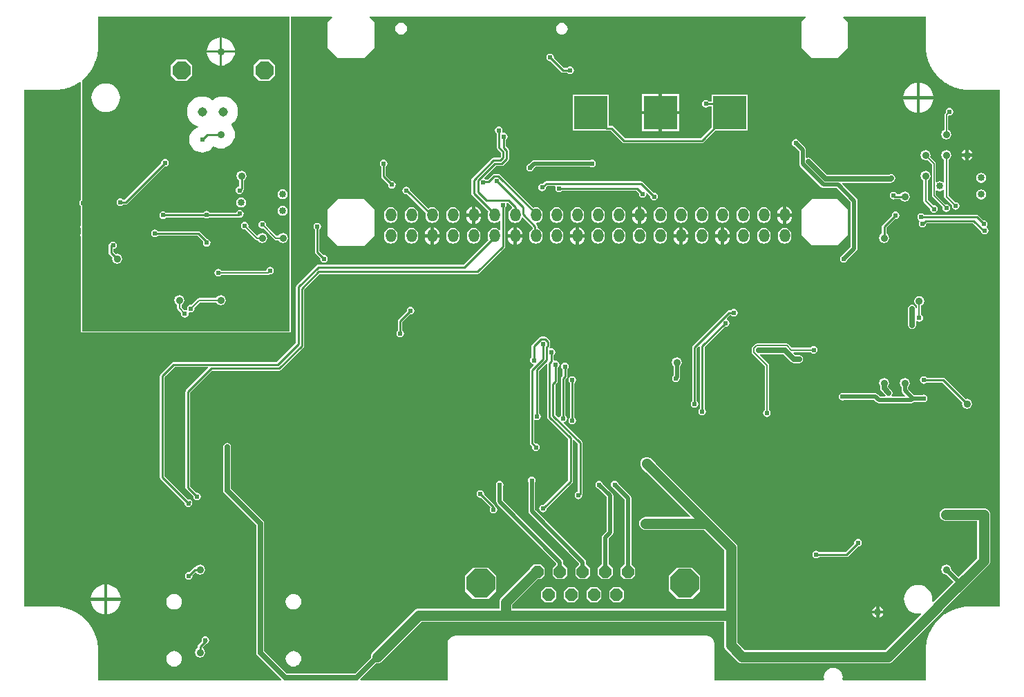
<source format=gbl>
G04*
G04 #@! TF.GenerationSoftware,Altium Limited,Altium Designer,19.0.8 (182)*
G04*
G04 Layer_Physical_Order=2*
G04 Layer_Color=16711680*
%FSLAX25Y25*%
%MOIN*%
G70*
G01*
G75*
%ADD10C,0.00600*%
%ADD15C,0.02000*%
%ADD17C,0.01000*%
%ADD18C,0.00800*%
%ADD113O,0.05118X0.06299*%
%ADD117C,0.03347*%
%ADD124C,0.02500*%
%ADD125C,0.05000*%
%ADD128P,0.06392X8X202.5*%
%ADD129P,0.14915X8X202.5*%
%ADD130P,0.09633X8X22.5*%
%ADD131C,0.04500*%
%ADD132C,0.02400*%
%ADD133C,0.02000*%
%ADD134C,0.03504*%
%ADD135R,0.16000X0.16000*%
G36*
X438573Y309507D02*
X438580Y309449D01*
X438575Y309391D01*
X438612Y308240D01*
X438641Y308068D01*
Y307894D01*
X438941Y305611D01*
X439001Y305388D01*
X439031Y305158D01*
X439627Y302934D01*
X439716Y302720D01*
X439776Y302497D01*
X440657Y300369D01*
X440773Y300169D01*
X440861Y299955D01*
X442013Y297961D01*
X442153Y297777D01*
X442269Y297577D01*
X443671Y295750D01*
X443835Y295586D01*
X443975Y295403D01*
X445604Y293775D01*
X445787Y293634D01*
X445951Y293470D01*
X447778Y292068D01*
X447978Y291953D01*
X448162Y291812D01*
X450156Y290660D01*
X450370Y290572D01*
X450570Y290456D01*
X452698Y289575D01*
X452921Y289515D01*
X453135Y289426D01*
X455359Y288830D01*
X455589Y288800D01*
X455812Y288740D01*
X458095Y288440D01*
X458269D01*
X458440Y288411D01*
X459592Y288374D01*
X459650Y288380D01*
X459707Y288372D01*
X474171D01*
Y39141D01*
X459707D01*
X459650Y39134D01*
X459592Y39139D01*
X458440Y39101D01*
X458269Y39073D01*
X458095D01*
X455812Y38773D01*
X455589Y38713D01*
X455359Y38682D01*
X453135Y38087D01*
X452921Y37998D01*
X452698Y37938D01*
X450570Y37057D01*
X450370Y36941D01*
X450156Y36853D01*
X448162Y35701D01*
X447978Y35560D01*
X447778Y35445D01*
X445951Y34043D01*
X445787Y33879D01*
X445604Y33738D01*
X443975Y32110D01*
X443835Y31927D01*
X443671Y31763D01*
X442269Y29936D01*
X442153Y29736D01*
X442013Y29552D01*
X440861Y27558D01*
X440773Y27344D01*
X440657Y27144D01*
X439776Y25016D01*
X439716Y24793D01*
X439627Y24579D01*
X439031Y22355D01*
X439001Y22125D01*
X438941Y21902D01*
X438641Y19619D01*
Y19445D01*
X438612Y19273D01*
X438575Y18122D01*
X438580Y18064D01*
X438573Y18007D01*
Y3543D01*
X398723Y3538D01*
X398397Y4038D01*
X398528Y5039D01*
X398373Y6224D01*
X397915Y7327D01*
X397188Y8275D01*
X396240Y9002D01*
X395137Y9460D01*
X393952Y9616D01*
X392768Y9460D01*
X391664Y9002D01*
X390716Y8275D01*
X389989Y7327D01*
X389532Y6224D01*
X389376Y5039D01*
X389508Y4037D01*
X389182Y3537D01*
X336884Y3531D01*
X336530Y3884D01*
Y21500D01*
X336410Y22414D01*
X336057Y23265D01*
X335496Y23996D01*
X334765Y24557D01*
X333914Y24910D01*
X333000Y25030D01*
X211500D01*
X210586Y24910D01*
X209735Y24557D01*
X209004Y23996D01*
X208443Y23265D01*
X208090Y22414D01*
X207970Y21500D01*
Y3884D01*
X207616Y3530D01*
X165908Y3534D01*
X165701Y4034D01*
X173594Y11927D01*
X174000Y11873D01*
X174809Y11980D01*
X175563Y12292D01*
X176211Y12789D01*
X195295Y31873D01*
X341373D01*
Y20500D01*
X341373Y20500D01*
X341480Y19691D01*
X341792Y18937D01*
X342289Y18289D01*
X347789Y12789D01*
X347789Y12789D01*
X348437Y12292D01*
X349191Y11980D01*
X350000Y11873D01*
X420423D01*
X420423Y11873D01*
X420827Y11926D01*
X421232Y11980D01*
X421986Y12292D01*
X422634Y12789D01*
X446461Y36616D01*
X446461Y36616D01*
X446958Y37264D01*
X447033Y37445D01*
X468711Y59123D01*
X468711Y59123D01*
X469208Y59771D01*
X469520Y60525D01*
X469627Y61334D01*
Y83500D01*
X469520Y84309D01*
X469208Y85063D01*
X468711Y85711D01*
X468063Y86208D01*
X467309Y86520D01*
X466500Y86627D01*
X448452D01*
X447643Y86520D01*
X446889Y86208D01*
X446241Y85711D01*
X445744Y85063D01*
X445432Y84309D01*
X445326Y83500D01*
X445432Y82691D01*
X445744Y81937D01*
X446241Y81289D01*
X446889Y80792D01*
X447643Y80480D01*
X448452Y80373D01*
X463373D01*
Y62629D01*
X454276Y53531D01*
X450883Y56924D01*
X450898Y57000D01*
X450715Y57918D01*
X450196Y58696D01*
X449418Y59215D01*
X448500Y59398D01*
X447582Y59215D01*
X446804Y58696D01*
X446284Y57918D01*
X446102Y57000D01*
X446284Y56082D01*
X446804Y55304D01*
X447582Y54785D01*
X448500Y54602D01*
X448576Y54617D01*
X451968Y51224D01*
X442159Y41415D01*
X441678Y41630D01*
X441783Y42700D01*
X441651Y44043D01*
X441259Y45334D01*
X440623Y46524D01*
X439767Y47567D01*
X438724Y48423D01*
X437534Y49059D01*
X436243Y49451D01*
X434900Y49583D01*
X433557Y49451D01*
X432266Y49059D01*
X431076Y48423D01*
X430033Y47567D01*
X429177Y46524D01*
X428541Y45334D01*
X428149Y44043D01*
X428017Y42700D01*
X428149Y41357D01*
X428541Y40066D01*
X429177Y38876D01*
X430033Y37833D01*
X431076Y36977D01*
X432266Y36341D01*
X433557Y35949D01*
X434900Y35817D01*
X436243Y35949D01*
X436273Y35958D01*
X436531Y35530D01*
X419128Y18127D01*
X351295D01*
X347627Y21795D01*
Y35000D01*
Y67614D01*
X347520Y68423D01*
X347208Y69177D01*
X346711Y69825D01*
X346711Y69825D01*
X334711Y81825D01*
X308211Y108325D01*
X308211Y108325D01*
X306181Y110355D01*
X305533Y110852D01*
X304779Y111164D01*
X303970Y111271D01*
X303161Y111164D01*
X302407Y110852D01*
X301759Y110355D01*
X301262Y109707D01*
X300950Y108953D01*
X300843Y108144D01*
X300950Y107335D01*
X301262Y106581D01*
X301759Y105933D01*
X303789Y103903D01*
X303789Y103903D01*
X324848Y82844D01*
X324657Y82382D01*
X303442D01*
X302633Y82275D01*
X301879Y81963D01*
X301232Y81466D01*
X300735Y80819D01*
X300422Y80064D01*
X300316Y79255D01*
X300422Y78446D01*
X300735Y77692D01*
X301232Y77044D01*
X301879Y76547D01*
X302633Y76235D01*
X303442Y76129D01*
X331563D01*
X341373Y66319D01*
Y38127D01*
X239127D01*
Y40040D01*
X251534Y52447D01*
X253013D01*
X254789Y54224D01*
Y57776D01*
X253013Y59553D01*
X249460D01*
X247684Y57776D01*
Y57441D01*
X233789Y43546D01*
X233292Y42899D01*
X232980Y42145D01*
X232873Y41335D01*
X232873Y41335D01*
Y38127D01*
X194000D01*
X193191Y38020D01*
X192437Y37708D01*
X191789Y37211D01*
X171789Y17211D01*
X171292Y16563D01*
X170980Y15809D01*
X170873Y15000D01*
X170927Y14594D01*
X163219Y6886D01*
X130281D01*
X119386Y17781D01*
Y79217D01*
X119243Y79939D01*
X118834Y80551D01*
X103405Y95979D01*
Y116198D01*
X103262Y116920D01*
X102853Y117532D01*
X102241Y117941D01*
X101519Y118084D01*
X100797Y117941D01*
X100185Y117532D01*
X99777Y116920D01*
X99633Y116198D01*
Y95198D01*
X99777Y94476D01*
X100185Y93864D01*
X115614Y78436D01*
Y17000D01*
X115757Y16278D01*
X116166Y15666D01*
X127796Y4036D01*
X127589Y3536D01*
X39342Y3543D01*
Y18007D01*
X39334Y18064D01*
X39340Y18122D01*
X39302Y19273D01*
X39274Y19445D01*
Y19619D01*
X38973Y21902D01*
X38914Y22125D01*
X38883Y22355D01*
X38287Y24579D01*
X38199Y24793D01*
X38139Y25016D01*
X37258Y27144D01*
X37142Y27344D01*
X37053Y27558D01*
X35902Y29552D01*
X35761Y29736D01*
X35645Y29936D01*
X34244Y31763D01*
X34080Y31927D01*
X33939Y32110D01*
X32311Y33738D01*
X32127Y33879D01*
X31964Y34043D01*
X30137Y35445D01*
X29936Y35560D01*
X29753Y35701D01*
X27759Y36853D01*
X27545Y36941D01*
X27344Y37057D01*
X25217Y37938D01*
X24994Y37998D01*
X24780Y38087D01*
X22555Y38682D01*
X22326Y38713D01*
X22103Y38773D01*
X19819Y39073D01*
X19646D01*
X19474Y39101D01*
X18323Y39139D01*
X18265Y39134D01*
X18207Y39141D01*
X3744D01*
Y288372D01*
X18207D01*
X18265Y288380D01*
X18323Y288374D01*
X19474Y288411D01*
X19646Y288440D01*
X19819D01*
X22103Y288740D01*
X22326Y288800D01*
X22555Y288830D01*
X24780Y289426D01*
X24994Y289515D01*
X25217Y289575D01*
X27344Y290456D01*
X27545Y290572D01*
X27759Y290660D01*
X29753Y291812D01*
X29936Y291953D01*
X30137Y292068D01*
X30465Y292320D01*
X30913Y292099D01*
Y235239D01*
X30762Y235138D01*
X30364Y234542D01*
X30225Y233840D01*
X30364Y233138D01*
X30762Y232542D01*
X30913Y232441D01*
Y223116D01*
X30864Y223042D01*
X30725Y222340D01*
X30864Y221638D01*
X30913Y221565D01*
Y219116D01*
X30864Y219042D01*
X30725Y218340D01*
X30864Y217638D01*
X30913Y217565D01*
Y172000D01*
X31104Y171541D01*
X31563Y171351D01*
X131563Y171351D01*
X132022Y171541D01*
X132212Y172000D01*
X132212Y240577D01*
Y323970D01*
X152067D01*
X152258Y323508D01*
X150000Y321250D01*
Y308750D01*
X155000Y303750D01*
X167500D01*
X172500Y308750D01*
Y321250D01*
X170242Y323508D01*
X170433Y323970D01*
X380567D01*
X380758Y323508D01*
X378500Y321250D01*
Y308750D01*
X383500Y303750D01*
X396000D01*
X401000Y308750D01*
Y321250D01*
X398742Y323508D01*
X398933Y323970D01*
X438573D01*
Y309507D01*
D02*
G37*
G36*
X131563Y240577D02*
X131563Y172000D01*
X31563Y172000D01*
X31563Y293162D01*
X31964Y293470D01*
X32127Y293634D01*
X32311Y293775D01*
X33939Y295403D01*
X34080Y295586D01*
X34244Y295750D01*
X35645Y297577D01*
X35761Y297777D01*
X35902Y297961D01*
X37053Y299955D01*
X37142Y300169D01*
X37258Y300369D01*
X38139Y302497D01*
X38199Y302720D01*
X38287Y302934D01*
X38883Y305158D01*
X38914Y305388D01*
X38973Y305611D01*
X39274Y307894D01*
Y308068D01*
X39302Y308240D01*
X39340Y309391D01*
X39334Y309449D01*
X39342Y309507D01*
Y323970D01*
X131563D01*
Y240577D01*
D02*
G37*
%LPC*%
G36*
X263043Y320805D02*
X262321Y320710D01*
X261649Y320431D01*
X261071Y319988D01*
X260628Y319410D01*
X260349Y318738D01*
X260254Y318016D01*
X260349Y317294D01*
X260628Y316621D01*
X261071Y316043D01*
X261649Y315600D01*
X262321Y315322D01*
X263043Y315227D01*
X263765Y315322D01*
X264438Y315600D01*
X265016Y316043D01*
X265459Y316621D01*
X265738Y317294D01*
X265832Y318016D01*
X265738Y318738D01*
X265459Y319410D01*
X265016Y319988D01*
X264438Y320431D01*
X263765Y320710D01*
X263043Y320805D01*
D02*
G37*
G36*
X185484D02*
X184762Y320710D01*
X184090Y320431D01*
X183512Y319988D01*
X183069Y319410D01*
X182790Y318738D01*
X182695Y318016D01*
X182790Y317294D01*
X183069Y316621D01*
X183512Y316043D01*
X184090Y315600D01*
X184762Y315322D01*
X185484Y315227D01*
X186206Y315322D01*
X186879Y315600D01*
X187457Y316043D01*
X187900Y316621D01*
X188178Y317294D01*
X188274Y318016D01*
X188178Y318738D01*
X187900Y319410D01*
X187457Y319988D01*
X186879Y320431D01*
X186206Y320710D01*
X185484Y320805D01*
D02*
G37*
G36*
X257427Y305909D02*
X256725Y305770D01*
X256130Y305372D01*
X255732Y304776D01*
X255592Y304074D01*
X255732Y303372D01*
X256130Y302776D01*
X256725Y302379D01*
X257427Y302239D01*
X257635Y302280D01*
X262708Y297207D01*
X262708Y297207D01*
X263072Y296964D01*
X263501Y296878D01*
X263501Y296879D01*
X265689D01*
X265807Y296702D01*
X266402Y296304D01*
X267104Y296165D01*
X267807Y296304D01*
X268402Y296702D01*
X268800Y297298D01*
X268940Y298000D01*
X268800Y298702D01*
X268402Y299298D01*
X267807Y299696D01*
X267104Y299835D01*
X266402Y299696D01*
X265807Y299298D01*
X265689Y299121D01*
X263966D01*
X259221Y303866D01*
X259263Y304074D01*
X259123Y304776D01*
X258725Y305372D01*
X258130Y305770D01*
X257427Y305909D01*
D02*
G37*
G36*
X435800Y291906D02*
Y285500D01*
X442206D01*
X442145Y286121D01*
X441730Y287488D01*
X441057Y288747D01*
X440151Y289851D01*
X439047Y290757D01*
X437788Y291430D01*
X436421Y291845D01*
X435800Y291906D01*
D02*
G37*
G36*
X434200D02*
X433579Y291845D01*
X432212Y291430D01*
X430953Y290757D01*
X429849Y289851D01*
X428943Y288747D01*
X428269Y287488D01*
X427855Y286121D01*
X427794Y285500D01*
X434200D01*
Y291906D01*
D02*
G37*
G36*
X352600Y286100D02*
X335400D01*
Y282893D01*
X333915D01*
X333798Y283069D01*
X333202Y283467D01*
X332500Y283607D01*
X331798Y283467D01*
X331202Y283069D01*
X330804Y282474D01*
X330665Y281771D01*
X330804Y281069D01*
X331202Y280473D01*
X331798Y280076D01*
X332500Y279936D01*
X333202Y280076D01*
X333798Y280473D01*
X333915Y280650D01*
X335400D01*
Y270486D01*
X330035Y265122D01*
X293558D01*
X287886Y270793D01*
X287522Y271036D01*
X287093Y271122D01*
X287093Y271122D01*
X285600D01*
Y286100D01*
X268400D01*
Y268900D01*
X284392D01*
X284500Y268879D01*
X286629D01*
X292300Y263207D01*
X292300Y263207D01*
X292664Y262964D01*
X293093Y262878D01*
X293093Y262878D01*
X330500D01*
X330500Y262878D01*
X330929Y262964D01*
X331293Y263207D01*
X336986Y268900D01*
X352600D01*
Y286100D01*
D02*
G37*
G36*
X319500Y286500D02*
X311300D01*
Y278300D01*
X319500D01*
Y286500D01*
D02*
G37*
G36*
X309700D02*
X301500D01*
Y278300D01*
X309700D01*
Y286500D01*
D02*
G37*
G36*
X442206Y283900D02*
X435800D01*
Y277494D01*
X436421Y277555D01*
X437788Y277970D01*
X439047Y278643D01*
X440151Y279549D01*
X441057Y280653D01*
X441730Y281912D01*
X442145Y283279D01*
X442206Y283900D01*
D02*
G37*
G36*
X434200D02*
X427794D01*
X427855Y283279D01*
X428269Y281912D01*
X428943Y280653D01*
X429849Y279549D01*
X430953Y278643D01*
X432212Y277970D01*
X433579Y277555D01*
X434200Y277494D01*
Y283900D01*
D02*
G37*
G36*
X450000Y279835D02*
X449298Y279696D01*
X448702Y279298D01*
X448304Y278702D01*
X448165Y278000D01*
X448254Y277552D01*
X447851Y277149D01*
X447652Y276851D01*
X447582Y276500D01*
Y269215D01*
X447582Y269215D01*
X446804Y268696D01*
X446284Y267918D01*
X446102Y267000D01*
X446284Y266082D01*
X446804Y265304D01*
X447582Y264785D01*
X448500Y264602D01*
X449418Y264785D01*
X450196Y265304D01*
X450715Y266082D01*
X450898Y267000D01*
X450715Y267918D01*
X450196Y268696D01*
X449418Y269215D01*
X449418Y269215D01*
Y275788D01*
X449890Y276187D01*
X450000Y276165D01*
X450702Y276304D01*
X451298Y276702D01*
X451696Y277298D01*
X451835Y278000D01*
X451696Y278702D01*
X451298Y279298D01*
X450702Y279696D01*
X450000Y279835D01*
D02*
G37*
G36*
X319500Y276700D02*
X311300D01*
Y268500D01*
X319500D01*
Y276700D01*
D02*
G37*
G36*
X309700D02*
X301500D01*
Y268500D01*
X309700D01*
Y276700D01*
D02*
G37*
G36*
X459300Y259647D02*
Y257800D01*
X461147D01*
X460904Y258388D01*
X460463Y258963D01*
X459888Y259404D01*
X459300Y259647D01*
D02*
G37*
G36*
X457700D02*
X457112Y259404D01*
X456537Y258963D01*
X456096Y258388D01*
X455853Y257800D01*
X457700D01*
Y259647D01*
D02*
G37*
G36*
X461147Y256200D02*
X459300D01*
Y254353D01*
X459888Y254596D01*
X460463Y255037D01*
X460904Y255612D01*
X461147Y256200D01*
D02*
G37*
G36*
X457700D02*
X455853D01*
X456096Y255612D01*
X456537Y255037D01*
X457112Y254596D01*
X457700Y254353D01*
Y256200D01*
D02*
G37*
G36*
X232618Y270835D02*
X231915Y270696D01*
X231320Y270298D01*
X230922Y269702D01*
X230783Y269000D01*
X230922Y268298D01*
X231320Y267702D01*
X231496Y267585D01*
Y260795D01*
X231496Y260795D01*
X231581Y260366D01*
X231825Y260002D01*
X233679Y258148D01*
Y256451D01*
X232988Y255760D01*
X230123D01*
X229694Y255675D01*
X229330Y255432D01*
X229330Y255432D01*
X219707Y245809D01*
X219464Y245445D01*
X219378Y245015D01*
X219378Y245015D01*
Y238622D01*
X219378Y238622D01*
X219464Y238193D01*
X219707Y237829D01*
X227618Y229918D01*
X227422Y229447D01*
X227314Y228622D01*
Y227441D01*
X227422Y226616D01*
X227741Y225848D01*
X228247Y225188D01*
X228907Y224681D01*
X229675Y224363D01*
X230500Y224255D01*
X231325Y224363D01*
X232093Y224681D01*
X232753Y225188D01*
X232878Y225351D01*
X233379Y225182D01*
Y220881D01*
X232878Y220712D01*
X232753Y220875D01*
X232093Y221381D01*
X231325Y221700D01*
X230500Y221808D01*
X229675Y221700D01*
X228907Y221381D01*
X228247Y220875D01*
X227741Y220215D01*
X227422Y219447D01*
X227314Y218622D01*
Y217441D01*
X227422Y216616D01*
X227618Y216145D01*
X215595Y204122D01*
X145500D01*
X145500Y204122D01*
X145071Y204036D01*
X144707Y203793D01*
X135107Y194193D01*
X134864Y193829D01*
X134778Y193400D01*
X134778Y193400D01*
Y166365D01*
X125535Y157122D01*
X75747D01*
X75747Y157122D01*
X75318Y157036D01*
X74954Y156793D01*
X74954Y156793D01*
X69407Y151246D01*
X69164Y150882D01*
X69078Y150453D01*
X69078Y150453D01*
Y101631D01*
X69078Y101631D01*
X69164Y101202D01*
X69407Y100838D01*
X81032Y89213D01*
X80991Y89005D01*
X81130Y88303D01*
X81528Y87707D01*
X82124Y87309D01*
X82826Y87170D01*
X83528Y87309D01*
X84124Y87707D01*
X84522Y88303D01*
X84661Y89005D01*
X84604Y89292D01*
X84655Y89369D01*
X84741Y89798D01*
X84655Y90227D01*
X84412Y90591D01*
X84048Y90834D01*
X83619Y90920D01*
X83190Y90834D01*
X83113Y90783D01*
X82826Y90840D01*
X82618Y90799D01*
X71322Y102096D01*
Y149988D01*
X76212Y154878D01*
X92341D01*
X92533Y154417D01*
X81805Y143688D01*
X81561Y143324D01*
X81476Y142895D01*
X81476Y142895D01*
Y96620D01*
X81476Y96620D01*
X81561Y96190D01*
X81805Y95827D01*
X85225Y92406D01*
X85184Y92198D01*
X85324Y91496D01*
X85721Y90900D01*
X86317Y90503D01*
X87019Y90363D01*
X87722Y90503D01*
X88317Y90900D01*
X88715Y91496D01*
X88854Y92198D01*
X88715Y92900D01*
X88317Y93496D01*
X87722Y93894D01*
X87019Y94033D01*
X86811Y93992D01*
X83719Y97084D01*
Y142431D01*
X94288Y153000D01*
X126621D01*
X126622Y153000D01*
X127051Y153085D01*
X127415Y153329D01*
X138293Y164207D01*
X138293Y164207D01*
X138536Y164571D01*
X138622Y165000D01*
X138622Y165000D01*
Y192035D01*
X146233Y199647D01*
X222346D01*
X222346Y199647D01*
X222775Y199732D01*
X223139Y199975D01*
X235293Y212129D01*
X235293Y212129D01*
X235536Y212493D01*
X235622Y212922D01*
Y231585D01*
X235798Y231702D01*
X236196Y232298D01*
X236335Y233000D01*
X236225Y233552D01*
X236528Y234019D01*
X236860Y234054D01*
X239031Y231883D01*
X238956Y231506D01*
X238861Y231346D01*
X238247Y230875D01*
X237741Y230215D01*
X237422Y229447D01*
X237314Y228622D01*
Y227441D01*
X237422Y226616D01*
X237741Y225848D01*
X238247Y225188D01*
X238907Y224681D01*
X239675Y224363D01*
X240500Y224255D01*
X241325Y224363D01*
X242093Y224681D01*
X242753Y225188D01*
X243259Y225848D01*
X243578Y226616D01*
X243610Y226863D01*
X244138Y227042D01*
X248964Y222217D01*
Y221405D01*
X248907Y221381D01*
X248247Y220875D01*
X247741Y220215D01*
X247422Y219447D01*
X247314Y218622D01*
Y217441D01*
X247422Y216616D01*
X247741Y215848D01*
X248247Y215188D01*
X248907Y214682D01*
X249675Y214363D01*
X250500Y214255D01*
X251325Y214363D01*
X252093Y214682D01*
X252753Y215188D01*
X253259Y215848D01*
X253578Y216616D01*
X253686Y217441D01*
Y218622D01*
X253578Y219447D01*
X253259Y220215D01*
X252753Y220875D01*
X252093Y221381D01*
X251325Y221700D01*
X251207Y221715D01*
Y222681D01*
X251207Y222681D01*
X251121Y223110D01*
X250878Y223474D01*
X250878Y223474D01*
X250590Y223762D01*
X250769Y224290D01*
X251325Y224363D01*
X252093Y224681D01*
X252753Y225188D01*
X253259Y225848D01*
X253578Y226616D01*
X253686Y227441D01*
Y228622D01*
X253578Y229447D01*
X253259Y230215D01*
X252753Y230875D01*
X252093Y231382D01*
X251325Y231700D01*
X250500Y231808D01*
X249675Y231700D01*
X249352Y231566D01*
X233246Y247672D01*
X232882Y247915D01*
X232453Y248000D01*
X232453Y248000D01*
X230433D01*
X230433Y248000D01*
X230003Y247915D01*
X229640Y247672D01*
X229640Y247672D01*
X227235Y245268D01*
X226318D01*
X226298Y245298D01*
X225723Y245682D01*
X225656Y245741D01*
X225547Y246214D01*
X231212Y251878D01*
X234076D01*
X234076Y251878D01*
X234506Y251964D01*
X234870Y252207D01*
X237193Y254530D01*
X237193Y254530D01*
X237436Y254894D01*
X237522Y255324D01*
Y259276D01*
X237522Y259276D01*
X237436Y259705D01*
X237193Y260069D01*
X237193Y260069D01*
X236122Y261140D01*
Y264585D01*
X236298Y264702D01*
X236696Y265298D01*
X236835Y266000D01*
X236696Y266702D01*
X236298Y267298D01*
X235702Y267696D01*
X235000Y267835D01*
X234545Y267745D01*
X234244Y268195D01*
X234313Y268298D01*
X234453Y269000D01*
X234313Y269702D01*
X233915Y270298D01*
X233320Y270696D01*
X232618Y270835D01*
D02*
G37*
G36*
X277609Y254835D02*
X276907Y254696D01*
X276811Y254631D01*
X249741D01*
X249116Y254507D01*
X248587Y254153D01*
X247152Y252718D01*
X247038Y252696D01*
X246443Y252298D01*
X246045Y251702D01*
X245905Y251000D01*
X246045Y250298D01*
X246443Y249702D01*
X247038Y249304D01*
X247741Y249165D01*
X248443Y249304D01*
X249038Y249702D01*
X249436Y250298D01*
X249459Y250411D01*
X250416Y251369D01*
X276811D01*
X276907Y251304D01*
X277609Y251165D01*
X278312Y251304D01*
X278907Y251702D01*
X279305Y252298D01*
X279445Y253000D01*
X279305Y253702D01*
X278907Y254298D01*
X278312Y254696D01*
X277609Y254835D01*
D02*
G37*
G36*
X448500Y259398D02*
X447582Y259215D01*
X446804Y258696D01*
X446284Y257918D01*
X446102Y257000D01*
X446284Y256082D01*
X446804Y255304D01*
X447480Y254853D01*
Y244036D01*
X446980Y243862D01*
X446306Y244313D01*
X445380Y244497D01*
X444455Y244313D01*
X443918Y243954D01*
X443418Y244221D01*
Y253000D01*
X443348Y253351D01*
X443149Y253649D01*
X440716Y256082D01*
X440716Y256082D01*
X440898Y257000D01*
X440716Y257918D01*
X440196Y258696D01*
X439418Y259215D01*
X438500Y259398D01*
X437582Y259215D01*
X436804Y258696D01*
X436284Y257918D01*
X436102Y257000D01*
X436284Y256082D01*
X436804Y255304D01*
X437582Y254784D01*
X438500Y254602D01*
X439418Y254784D01*
X439418Y254784D01*
X441582Y252620D01*
Y237500D01*
X441652Y237149D01*
X441851Y236851D01*
X446754Y231948D01*
X446665Y231500D01*
X446804Y230798D01*
X447202Y230202D01*
X447798Y229804D01*
X448500Y229665D01*
X449202Y229804D01*
X449798Y230202D01*
X450196Y230798D01*
X450335Y231500D01*
X450196Y232202D01*
X449798Y232798D01*
X449202Y233196D01*
X448500Y233335D01*
X448052Y233246D01*
X443418Y237880D01*
Y239936D01*
X443918Y240204D01*
X444455Y239845D01*
X445380Y239661D01*
X446306Y239845D01*
X446980Y240296D01*
X447480Y240121D01*
Y237000D01*
X447558Y236610D01*
X447779Y236279D01*
X451230Y232828D01*
X451165Y232500D01*
X451304Y231798D01*
X451702Y231202D01*
X452298Y230804D01*
X453000Y230665D01*
X453702Y230804D01*
X454298Y231202D01*
X454696Y231798D01*
X454835Y232500D01*
X454696Y233202D01*
X454298Y233798D01*
X453702Y234196D01*
X453000Y234335D01*
X452672Y234270D01*
X449520Y237422D01*
Y254853D01*
X450196Y255304D01*
X450715Y256082D01*
X450898Y257000D01*
X450715Y257918D01*
X450196Y258696D01*
X449418Y259215D01*
X448500Y259398D01*
D02*
G37*
G36*
X465380Y248497D02*
X464455Y248313D01*
X463670Y247789D01*
X463146Y247004D01*
X462962Y246079D01*
X463146Y245153D01*
X463670Y244369D01*
X464455Y243845D01*
X465380Y243661D01*
X466306Y243845D01*
X467090Y244369D01*
X467614Y245153D01*
X467798Y246079D01*
X467614Y247004D01*
X467090Y247789D01*
X466306Y248313D01*
X465380Y248497D01*
D02*
G37*
G36*
X301203Y244422D02*
X301203Y244422D01*
X255518D01*
X255089Y244336D01*
X254725Y244093D01*
X254725Y244093D01*
X253890Y243258D01*
X253500Y243335D01*
X252798Y243196D01*
X252202Y242798D01*
X251804Y242202D01*
X251665Y241500D01*
X251804Y240798D01*
X252202Y240202D01*
X252798Y239804D01*
X253500Y239665D01*
X254202Y239804D01*
X254798Y240202D01*
X255196Y240798D01*
X255335Y241500D01*
X255330Y241526D01*
X255983Y242179D01*
X259699D01*
X259957Y241767D01*
X259951Y241679D01*
X259816Y241000D01*
X259956Y240298D01*
X260354Y239702D01*
X260949Y239304D01*
X261652Y239165D01*
X262354Y239304D01*
X262949Y239702D01*
X263067Y239879D01*
X298728D01*
X300206Y238401D01*
X300165Y238193D01*
X300304Y237491D01*
X300702Y236895D01*
X301298Y236497D01*
X302000Y236358D01*
X302702Y236497D01*
X303298Y236895D01*
X303696Y237491D01*
X303835Y238193D01*
X303790Y238419D01*
X304251Y238666D01*
X305709Y237208D01*
X305667Y237000D01*
X305807Y236298D01*
X306205Y235702D01*
X306800Y235304D01*
X307503Y235165D01*
X308205Y235304D01*
X308800Y235702D01*
X309198Y236298D01*
X309338Y237000D01*
X309198Y237702D01*
X308800Y238298D01*
X308205Y238696D01*
X307503Y238835D01*
X307295Y238794D01*
X301996Y244093D01*
X301632Y244336D01*
X301203Y244422D01*
D02*
G37*
G36*
X177000Y254835D02*
X176298Y254696D01*
X175702Y254298D01*
X175304Y253702D01*
X175165Y253000D01*
X175304Y252298D01*
X175702Y251702D01*
X175878Y251585D01*
Y246691D01*
X175878Y246691D01*
X175964Y246261D01*
X176207Y245898D01*
X179206Y242898D01*
X179165Y242691D01*
X179304Y241988D01*
X179702Y241393D01*
X180298Y240995D01*
X181000Y240855D01*
X181702Y240995D01*
X182298Y241393D01*
X182696Y241988D01*
X182835Y242691D01*
X182696Y243393D01*
X182298Y243988D01*
X181702Y244386D01*
X181000Y244526D01*
X180792Y244484D01*
X178122Y247155D01*
Y251585D01*
X178298Y251702D01*
X178696Y252298D01*
X178835Y253000D01*
X178696Y253702D01*
X178298Y254298D01*
X177702Y254696D01*
X177000Y254835D01*
D02*
G37*
G36*
X428500Y239398D02*
X427582Y239215D01*
X426804Y238696D01*
X426421Y238122D01*
X424712D01*
X424696Y238202D01*
X424298Y238798D01*
X423702Y239196D01*
X423000Y239335D01*
X422298Y239196D01*
X421702Y238798D01*
X421304Y238202D01*
X421165Y237500D01*
X421304Y236798D01*
X421702Y236202D01*
X422298Y235804D01*
X423000Y235665D01*
X423702Y235804D01*
X423813Y235878D01*
X426421D01*
X426804Y235304D01*
X427582Y234785D01*
X428500Y234602D01*
X429418Y234785D01*
X430196Y235304D01*
X430716Y236082D01*
X430898Y237000D01*
X430716Y237918D01*
X430196Y238696D01*
X429418Y239215D01*
X428500Y239398D01*
D02*
G37*
G36*
X465380Y240497D02*
X464455Y240313D01*
X463670Y239789D01*
X463146Y239004D01*
X462962Y238079D01*
X463146Y237153D01*
X463670Y236369D01*
X464455Y235845D01*
X465380Y235661D01*
X466306Y235845D01*
X467090Y236369D01*
X467614Y237153D01*
X467798Y238079D01*
X467614Y239004D01*
X467090Y239789D01*
X466306Y240313D01*
X465380Y240497D01*
D02*
G37*
G36*
X438500Y249398D02*
X437582Y249216D01*
X436804Y248696D01*
X436284Y247918D01*
X436102Y247000D01*
X436284Y246082D01*
X436804Y245304D01*
X437480Y244853D01*
Y235000D01*
X437558Y234610D01*
X437779Y234279D01*
X440730Y231328D01*
X440665Y231000D01*
X440804Y230298D01*
X441202Y229702D01*
X441798Y229304D01*
X442500Y229165D01*
X443202Y229304D01*
X443798Y229702D01*
X444196Y230298D01*
X444335Y231000D01*
X444196Y231702D01*
X443798Y232298D01*
X443202Y232696D01*
X442500Y232835D01*
X442172Y232770D01*
X439520Y235422D01*
Y244853D01*
X440196Y245304D01*
X440716Y246082D01*
X440898Y247000D01*
X440716Y247918D01*
X440196Y248696D01*
X439418Y249216D01*
X438500Y249398D01*
D02*
G37*
G36*
X371300Y232106D02*
Y228832D01*
X374062D01*
X373967Y229551D01*
X373609Y230417D01*
X373038Y231160D01*
X372295Y231731D01*
X371429Y232089D01*
X371300Y232106D01*
D02*
G37*
G36*
X221300D02*
Y228832D01*
X224062D01*
X223967Y229551D01*
X223609Y230417D01*
X223038Y231160D01*
X222295Y231731D01*
X221429Y232089D01*
X221300Y232106D01*
D02*
G37*
G36*
X301300D02*
Y228832D01*
X304062D01*
X303967Y229551D01*
X303609Y230417D01*
X303038Y231160D01*
X302295Y231731D01*
X301429Y232089D01*
X301300Y232106D01*
D02*
G37*
G36*
X369700D02*
X369571Y232089D01*
X368705Y231731D01*
X367962Y231160D01*
X367391Y230417D01*
X367033Y229551D01*
X366938Y228832D01*
X369700D01*
Y232106D01*
D02*
G37*
G36*
X219700D02*
X219571Y232089D01*
X218705Y231731D01*
X217962Y231160D01*
X217391Y230417D01*
X217033Y229551D01*
X216938Y228832D01*
X219700D01*
Y232106D01*
D02*
G37*
G36*
X299700D02*
X299571Y232089D01*
X298705Y231731D01*
X297962Y231160D01*
X297391Y230417D01*
X297033Y229551D01*
X296938Y228832D01*
X299700D01*
Y232106D01*
D02*
G37*
G36*
X424000Y229835D02*
X423298Y229696D01*
X422702Y229298D01*
X422304Y228702D01*
X422165Y228000D01*
X422206Y227792D01*
X417707Y223293D01*
X417464Y222929D01*
X417378Y222500D01*
X417378Y222500D01*
Y219079D01*
X416804Y218696D01*
X416285Y217918D01*
X416102Y217000D01*
X416285Y216082D01*
X416804Y215304D01*
X417582Y214785D01*
X418500Y214602D01*
X419418Y214785D01*
X420196Y215304D01*
X420716Y216082D01*
X420898Y217000D01*
X420716Y217918D01*
X420196Y218696D01*
X419622Y219079D01*
Y222035D01*
X423792Y226206D01*
X424000Y226165D01*
X424702Y226304D01*
X425298Y226702D01*
X425696Y227298D01*
X425835Y228000D01*
X425696Y228702D01*
X425298Y229298D01*
X424702Y229696D01*
X424000Y229835D01*
D02*
G37*
G36*
X360500Y231808D02*
X359675Y231700D01*
X358907Y231382D01*
X358247Y230875D01*
X357741Y230215D01*
X357422Y229447D01*
X357314Y228622D01*
Y227441D01*
X357422Y226616D01*
X357741Y225848D01*
X358247Y225188D01*
X358907Y224681D01*
X359675Y224363D01*
X360500Y224255D01*
X361325Y224363D01*
X362093Y224681D01*
X362753Y225188D01*
X363259Y225848D01*
X363578Y226616D01*
X363686Y227441D01*
Y228622D01*
X363578Y229447D01*
X363259Y230215D01*
X362753Y230875D01*
X362093Y231382D01*
X361325Y231700D01*
X360500Y231808D01*
D02*
G37*
G36*
X350500D02*
X349675Y231700D01*
X348907Y231382D01*
X348247Y230875D01*
X347741Y230215D01*
X347422Y229447D01*
X347314Y228622D01*
Y227441D01*
X347422Y226616D01*
X347741Y225848D01*
X348247Y225188D01*
X348907Y224681D01*
X349675Y224363D01*
X350500Y224255D01*
X351325Y224363D01*
X352093Y224681D01*
X352753Y225188D01*
X353259Y225848D01*
X353578Y226616D01*
X353686Y227441D01*
Y228622D01*
X353578Y229447D01*
X353259Y230215D01*
X352753Y230875D01*
X352093Y231382D01*
X351325Y231700D01*
X350500Y231808D01*
D02*
G37*
G36*
X340500D02*
X339675Y231700D01*
X338907Y231382D01*
X338247Y230875D01*
X337741Y230215D01*
X337422Y229447D01*
X337314Y228622D01*
Y227441D01*
X337422Y226616D01*
X337741Y225848D01*
X338247Y225188D01*
X338907Y224681D01*
X339675Y224363D01*
X340500Y224255D01*
X341325Y224363D01*
X342093Y224681D01*
X342753Y225188D01*
X343259Y225848D01*
X343578Y226616D01*
X343686Y227441D01*
Y228622D01*
X343578Y229447D01*
X343259Y230215D01*
X342753Y230875D01*
X342093Y231382D01*
X341325Y231700D01*
X340500Y231808D01*
D02*
G37*
G36*
X330500D02*
X329675Y231700D01*
X328907Y231382D01*
X328247Y230875D01*
X327741Y230215D01*
X327422Y229447D01*
X327314Y228622D01*
Y227441D01*
X327422Y226616D01*
X327741Y225848D01*
X328247Y225188D01*
X328907Y224681D01*
X329675Y224363D01*
X330500Y224255D01*
X331325Y224363D01*
X332093Y224681D01*
X332753Y225188D01*
X333259Y225848D01*
X333578Y226616D01*
X333686Y227441D01*
Y228622D01*
X333578Y229447D01*
X333259Y230215D01*
X332753Y230875D01*
X332093Y231382D01*
X331325Y231700D01*
X330500Y231808D01*
D02*
G37*
G36*
X320500D02*
X319675Y231700D01*
X318907Y231382D01*
X318247Y230875D01*
X317741Y230215D01*
X317422Y229447D01*
X317314Y228622D01*
Y227441D01*
X317422Y226616D01*
X317741Y225848D01*
X318247Y225188D01*
X318907Y224681D01*
X319675Y224363D01*
X320500Y224255D01*
X321325Y224363D01*
X322093Y224681D01*
X322753Y225188D01*
X323259Y225848D01*
X323578Y226616D01*
X323686Y227441D01*
Y228622D01*
X323578Y229447D01*
X323259Y230215D01*
X322753Y230875D01*
X322093Y231382D01*
X321325Y231700D01*
X320500Y231808D01*
D02*
G37*
G36*
X310500D02*
X309675Y231700D01*
X308907Y231382D01*
X308247Y230875D01*
X307741Y230215D01*
X307422Y229447D01*
X307314Y228622D01*
Y227441D01*
X307422Y226616D01*
X307741Y225848D01*
X308247Y225188D01*
X308907Y224681D01*
X309675Y224363D01*
X310500Y224255D01*
X311325Y224363D01*
X312093Y224681D01*
X312753Y225188D01*
X313259Y225848D01*
X313578Y226616D01*
X313686Y227441D01*
Y228622D01*
X313578Y229447D01*
X313259Y230215D01*
X312753Y230875D01*
X312093Y231382D01*
X311325Y231700D01*
X310500Y231808D01*
D02*
G37*
G36*
X290500D02*
X289675Y231700D01*
X288907Y231382D01*
X288247Y230875D01*
X287741Y230215D01*
X287422Y229447D01*
X287314Y228622D01*
Y227441D01*
X287422Y226616D01*
X287741Y225848D01*
X288247Y225188D01*
X288907Y224681D01*
X289675Y224363D01*
X290500Y224255D01*
X291325Y224363D01*
X292093Y224681D01*
X292753Y225188D01*
X293259Y225848D01*
X293578Y226616D01*
X293686Y227441D01*
Y228622D01*
X293578Y229447D01*
X293259Y230215D01*
X292753Y230875D01*
X292093Y231382D01*
X291325Y231700D01*
X290500Y231808D01*
D02*
G37*
G36*
X280500D02*
X279675Y231700D01*
X278907Y231382D01*
X278247Y230875D01*
X277741Y230215D01*
X277422Y229447D01*
X277314Y228622D01*
Y227441D01*
X277422Y226616D01*
X277741Y225848D01*
X278247Y225188D01*
X278907Y224681D01*
X279675Y224363D01*
X280500Y224255D01*
X281325Y224363D01*
X282093Y224681D01*
X282753Y225188D01*
X283259Y225848D01*
X283578Y226616D01*
X283686Y227441D01*
Y228622D01*
X283578Y229447D01*
X283259Y230215D01*
X282753Y230875D01*
X282093Y231382D01*
X281325Y231700D01*
X280500Y231808D01*
D02*
G37*
G36*
X270500D02*
X269675Y231700D01*
X268907Y231382D01*
X268247Y230875D01*
X267741Y230215D01*
X267422Y229447D01*
X267314Y228622D01*
Y227441D01*
X267422Y226616D01*
X267741Y225848D01*
X268247Y225188D01*
X268907Y224681D01*
X269675Y224363D01*
X270500Y224255D01*
X271325Y224363D01*
X272093Y224681D01*
X272753Y225188D01*
X273259Y225848D01*
X273578Y226616D01*
X273686Y227441D01*
Y228622D01*
X273578Y229447D01*
X273259Y230215D01*
X272753Y230875D01*
X272093Y231382D01*
X271325Y231700D01*
X270500Y231808D01*
D02*
G37*
G36*
X260500D02*
X259675Y231700D01*
X258907Y231382D01*
X258247Y230875D01*
X257741Y230215D01*
X257422Y229447D01*
X257314Y228622D01*
Y227441D01*
X257422Y226616D01*
X257741Y225848D01*
X258247Y225188D01*
X258907Y224681D01*
X259675Y224363D01*
X260500Y224255D01*
X261325Y224363D01*
X262093Y224681D01*
X262753Y225188D01*
X263259Y225848D01*
X263578Y226616D01*
X263686Y227441D01*
Y228622D01*
X263578Y229447D01*
X263259Y230215D01*
X262753Y230875D01*
X262093Y231382D01*
X261325Y231700D01*
X260500Y231808D01*
D02*
G37*
G36*
X210500D02*
X209675Y231700D01*
X208907Y231382D01*
X208247Y230875D01*
X207741Y230215D01*
X207422Y229447D01*
X207314Y228622D01*
Y227441D01*
X207422Y226616D01*
X207741Y225848D01*
X208247Y225188D01*
X208907Y224681D01*
X209675Y224363D01*
X210500Y224255D01*
X211325Y224363D01*
X212093Y224681D01*
X212753Y225188D01*
X213259Y225848D01*
X213578Y226616D01*
X213686Y227441D01*
Y228622D01*
X213578Y229447D01*
X213259Y230215D01*
X212753Y230875D01*
X212093Y231382D01*
X211325Y231700D01*
X210500Y231808D01*
D02*
G37*
G36*
X187903Y241804D02*
X187201Y241665D01*
X186606Y241267D01*
X186208Y240671D01*
X186068Y239969D01*
X186208Y239267D01*
X186606Y238671D01*
X187201Y238273D01*
X187903Y238134D01*
X188427Y238238D01*
X197398Y229267D01*
X197314Y228622D01*
Y227441D01*
X197422Y226616D01*
X197741Y225848D01*
X198247Y225188D01*
X198907Y224681D01*
X199675Y224363D01*
X200500Y224255D01*
X201325Y224363D01*
X202093Y224681D01*
X202753Y225188D01*
X203259Y225848D01*
X203578Y226616D01*
X203686Y227441D01*
Y228622D01*
X203578Y229447D01*
X203259Y230215D01*
X202753Y230875D01*
X202093Y231382D01*
X201325Y231700D01*
X200500Y231808D01*
X199675Y231700D01*
X198907Y231382D01*
X198652Y231186D01*
X189707Y240131D01*
X189599Y240671D01*
X189201Y241267D01*
X188606Y241665D01*
X187903Y241804D01*
D02*
G37*
G36*
X190500Y231808D02*
X189675Y231700D01*
X188907Y231382D01*
X188247Y230875D01*
X187741Y230215D01*
X187422Y229447D01*
X187314Y228622D01*
Y227441D01*
X187422Y226616D01*
X187741Y225848D01*
X188247Y225188D01*
X188907Y224681D01*
X189675Y224363D01*
X190500Y224255D01*
X191325Y224363D01*
X192093Y224681D01*
X192753Y225188D01*
X193259Y225848D01*
X193578Y226616D01*
X193686Y227441D01*
Y228622D01*
X193578Y229447D01*
X193259Y230215D01*
X192753Y230875D01*
X192093Y231382D01*
X191325Y231700D01*
X190500Y231808D01*
D02*
G37*
G36*
X180500D02*
X179675Y231700D01*
X178907Y231382D01*
X178247Y230875D01*
X177741Y230215D01*
X177422Y229447D01*
X177314Y228622D01*
Y227441D01*
X177422Y226616D01*
X177741Y225848D01*
X178247Y225188D01*
X178907Y224681D01*
X179675Y224363D01*
X180500Y224255D01*
X181325Y224363D01*
X182093Y224681D01*
X182753Y225188D01*
X183259Y225848D01*
X183578Y226616D01*
X183686Y227441D01*
Y228622D01*
X183578Y229447D01*
X183259Y230215D01*
X182753Y230875D01*
X182093Y231382D01*
X181325Y231700D01*
X180500Y231808D01*
D02*
G37*
G36*
X374062Y227232D02*
X371300D01*
Y223956D01*
X371429Y223973D01*
X372295Y224332D01*
X373038Y224903D01*
X373609Y225646D01*
X373967Y226512D01*
X374062Y227232D01*
D02*
G37*
G36*
X304062D02*
X301300D01*
Y223956D01*
X301429Y223973D01*
X302295Y224332D01*
X303038Y224903D01*
X303609Y225646D01*
X303967Y226512D01*
X304062Y227232D01*
D02*
G37*
G36*
X224062D02*
X221300D01*
Y223956D01*
X221429Y223973D01*
X222295Y224332D01*
X223038Y224903D01*
X223609Y225646D01*
X223967Y226512D01*
X224062Y227232D01*
D02*
G37*
G36*
X369700D02*
X366938D01*
X367033Y226512D01*
X367391Y225646D01*
X367962Y224903D01*
X368705Y224332D01*
X369571Y223973D01*
X369700Y223956D01*
Y227232D01*
D02*
G37*
G36*
X299700D02*
X296938D01*
X297033Y226512D01*
X297391Y225646D01*
X297962Y224903D01*
X298705Y224332D01*
X299571Y223973D01*
X299700Y223956D01*
Y227232D01*
D02*
G37*
G36*
X219700D02*
X216938D01*
X217033Y226512D01*
X217391Y225646D01*
X217962Y224903D01*
X218705Y224332D01*
X219571Y223973D01*
X219700Y223956D01*
Y227232D01*
D02*
G37*
G36*
X341300Y222107D02*
Y218831D01*
X344062D01*
X343967Y219551D01*
X343609Y220417D01*
X343038Y221160D01*
X342295Y221731D01*
X341429Y222090D01*
X341300Y222107D01*
D02*
G37*
G36*
X241300D02*
Y218831D01*
X244062D01*
X243967Y219551D01*
X243609Y220417D01*
X243038Y221160D01*
X242295Y221731D01*
X241429Y222090D01*
X241300Y222107D01*
D02*
G37*
G36*
X321300D02*
Y218831D01*
X324062D01*
X323967Y219551D01*
X323609Y220417D01*
X323038Y221160D01*
X322295Y221731D01*
X321429Y222090D01*
X321300Y222107D01*
D02*
G37*
G36*
X271300D02*
Y218831D01*
X274062D01*
X273967Y219551D01*
X273609Y220417D01*
X273038Y221160D01*
X272295Y221731D01*
X271429Y222090D01*
X271300Y222107D01*
D02*
G37*
G36*
X201300D02*
Y218831D01*
X204062D01*
X203967Y219551D01*
X203609Y220417D01*
X203038Y221160D01*
X202295Y221731D01*
X201429Y222090D01*
X201300Y222107D01*
D02*
G37*
G36*
X339700D02*
X339571Y222090D01*
X338705Y221731D01*
X337962Y221160D01*
X337391Y220417D01*
X337033Y219551D01*
X336938Y218831D01*
X339700D01*
Y222107D01*
D02*
G37*
G36*
X239700D02*
X239571Y222090D01*
X238705Y221731D01*
X237962Y221160D01*
X237391Y220417D01*
X237033Y219551D01*
X236938Y218831D01*
X239700D01*
Y222107D01*
D02*
G37*
G36*
X319700D02*
X319571Y222090D01*
X318705Y221731D01*
X317962Y221160D01*
X317391Y220417D01*
X317033Y219551D01*
X316938Y218831D01*
X319700D01*
Y222107D01*
D02*
G37*
G36*
X269700D02*
X269571Y222090D01*
X268705Y221731D01*
X267962Y221160D01*
X267391Y220417D01*
X267033Y219551D01*
X266938Y218831D01*
X269700D01*
Y222107D01*
D02*
G37*
G36*
X199700D02*
X199571Y222090D01*
X198705Y221731D01*
X197962Y221160D01*
X197391Y220417D01*
X197033Y219551D01*
X196938Y218831D01*
X199700D01*
Y222107D01*
D02*
G37*
G36*
X436400Y228935D02*
X435698Y228796D01*
X435102Y228398D01*
X434704Y227802D01*
X434565Y227100D01*
X434704Y226398D01*
X435102Y225802D01*
X435366Y225626D01*
X435664Y225335D01*
X435494Y224985D01*
X435304Y224702D01*
X435165Y224000D01*
X435304Y223298D01*
X435702Y222702D01*
X436298Y222304D01*
X437000Y222165D01*
X437702Y222304D01*
X438298Y222702D01*
X438696Y223298D01*
X438798Y223812D01*
X439165Y224179D01*
X461283D01*
X465316Y220145D01*
X465380Y219822D01*
X465778Y219227D01*
X466373Y218829D01*
X467076Y218689D01*
X467778Y218829D01*
X468373Y219227D01*
X468771Y219822D01*
X468911Y220524D01*
X468771Y221227D01*
X468373Y221822D01*
X468026Y222054D01*
X467839Y222421D01*
X467918Y222682D01*
X468196Y223098D01*
X468335Y223800D01*
X468196Y224502D01*
X467798Y225098D01*
X467202Y225496D01*
X466500Y225635D01*
X466292Y225594D01*
X463993Y227893D01*
X463629Y228136D01*
X463200Y228222D01*
X463200Y228222D01*
X437815D01*
X437698Y228398D01*
X437102Y228796D01*
X436400Y228935D01*
D02*
G37*
G36*
X370500Y221808D02*
X369675Y221700D01*
X368907Y221381D01*
X368247Y220875D01*
X367741Y220215D01*
X367422Y219447D01*
X367314Y218622D01*
Y217441D01*
X367422Y216616D01*
X367741Y215848D01*
X368247Y215188D01*
X368907Y214682D01*
X369675Y214363D01*
X370500Y214255D01*
X371325Y214363D01*
X372093Y214682D01*
X372753Y215188D01*
X373259Y215848D01*
X373578Y216616D01*
X373686Y217441D01*
Y218622D01*
X373578Y219447D01*
X373259Y220215D01*
X372753Y220875D01*
X372093Y221381D01*
X371325Y221700D01*
X370500Y221808D01*
D02*
G37*
G36*
X360500D02*
X359675Y221700D01*
X358907Y221381D01*
X358247Y220875D01*
X357741Y220215D01*
X357422Y219447D01*
X357314Y218622D01*
Y217441D01*
X357422Y216616D01*
X357741Y215848D01*
X358247Y215188D01*
X358907Y214682D01*
X359675Y214363D01*
X360500Y214255D01*
X361325Y214363D01*
X362093Y214682D01*
X362753Y215188D01*
X363259Y215848D01*
X363578Y216616D01*
X363686Y217441D01*
Y218622D01*
X363578Y219447D01*
X363259Y220215D01*
X362753Y220875D01*
X362093Y221381D01*
X361325Y221700D01*
X360500Y221808D01*
D02*
G37*
G36*
X350500D02*
X349675Y221700D01*
X348907Y221381D01*
X348247Y220875D01*
X347741Y220215D01*
X347422Y219447D01*
X347314Y218622D01*
Y217441D01*
X347422Y216616D01*
X347741Y215848D01*
X348247Y215188D01*
X348907Y214682D01*
X349675Y214363D01*
X350500Y214255D01*
X351325Y214363D01*
X352093Y214682D01*
X352753Y215188D01*
X353259Y215848D01*
X353578Y216616D01*
X353686Y217441D01*
Y218622D01*
X353578Y219447D01*
X353259Y220215D01*
X352753Y220875D01*
X352093Y221381D01*
X351325Y221700D01*
X350500Y221808D01*
D02*
G37*
G36*
X330500D02*
X329675Y221700D01*
X328907Y221381D01*
X328247Y220875D01*
X327741Y220215D01*
X327422Y219447D01*
X327314Y218622D01*
Y217441D01*
X327422Y216616D01*
X327741Y215848D01*
X328247Y215188D01*
X328907Y214682D01*
X329675Y214363D01*
X330500Y214255D01*
X331325Y214363D01*
X332093Y214682D01*
X332753Y215188D01*
X333259Y215848D01*
X333578Y216616D01*
X333686Y217441D01*
Y218622D01*
X333578Y219447D01*
X333259Y220215D01*
X332753Y220875D01*
X332093Y221381D01*
X331325Y221700D01*
X330500Y221808D01*
D02*
G37*
G36*
X310500D02*
X309675Y221700D01*
X308907Y221381D01*
X308247Y220875D01*
X307741Y220215D01*
X307422Y219447D01*
X307314Y218622D01*
Y217441D01*
X307422Y216616D01*
X307741Y215848D01*
X308247Y215188D01*
X308907Y214682D01*
X309675Y214363D01*
X310500Y214255D01*
X311325Y214363D01*
X312093Y214682D01*
X312753Y215188D01*
X313259Y215848D01*
X313578Y216616D01*
X313686Y217441D01*
Y218622D01*
X313578Y219447D01*
X313259Y220215D01*
X312753Y220875D01*
X312093Y221381D01*
X311325Y221700D01*
X310500Y221808D01*
D02*
G37*
G36*
X300500D02*
X299675Y221700D01*
X298907Y221381D01*
X298247Y220875D01*
X297741Y220215D01*
X297422Y219447D01*
X297314Y218622D01*
Y217441D01*
X297422Y216616D01*
X297741Y215848D01*
X298247Y215188D01*
X298907Y214682D01*
X299675Y214363D01*
X300500Y214255D01*
X301325Y214363D01*
X302093Y214682D01*
X302753Y215188D01*
X303259Y215848D01*
X303578Y216616D01*
X303686Y217441D01*
Y218622D01*
X303578Y219447D01*
X303259Y220215D01*
X302753Y220875D01*
X302093Y221381D01*
X301325Y221700D01*
X300500Y221808D01*
D02*
G37*
G36*
X290500D02*
X289675Y221700D01*
X288907Y221381D01*
X288247Y220875D01*
X287741Y220215D01*
X287422Y219447D01*
X287314Y218622D01*
Y217441D01*
X287422Y216616D01*
X287741Y215848D01*
X288247Y215188D01*
X288907Y214682D01*
X289675Y214363D01*
X290500Y214255D01*
X291325Y214363D01*
X292093Y214682D01*
X292753Y215188D01*
X293259Y215848D01*
X293578Y216616D01*
X293686Y217441D01*
Y218622D01*
X293578Y219447D01*
X293259Y220215D01*
X292753Y220875D01*
X292093Y221381D01*
X291325Y221700D01*
X290500Y221808D01*
D02*
G37*
G36*
X280500D02*
X279675Y221700D01*
X278907Y221381D01*
X278247Y220875D01*
X277741Y220215D01*
X277422Y219447D01*
X277314Y218622D01*
Y217441D01*
X277422Y216616D01*
X277741Y215848D01*
X278247Y215188D01*
X278907Y214682D01*
X279675Y214363D01*
X280500Y214255D01*
X281325Y214363D01*
X282093Y214682D01*
X282753Y215188D01*
X283259Y215848D01*
X283578Y216616D01*
X283686Y217441D01*
Y218622D01*
X283578Y219447D01*
X283259Y220215D01*
X282753Y220875D01*
X282093Y221381D01*
X281325Y221700D01*
X280500Y221808D01*
D02*
G37*
G36*
X260500D02*
X259675Y221700D01*
X258907Y221381D01*
X258247Y220875D01*
X257741Y220215D01*
X257422Y219447D01*
X257314Y218622D01*
Y217441D01*
X257422Y216616D01*
X257741Y215848D01*
X258247Y215188D01*
X258907Y214682D01*
X259675Y214363D01*
X260500Y214255D01*
X261325Y214363D01*
X262093Y214682D01*
X262753Y215188D01*
X263259Y215848D01*
X263578Y216616D01*
X263686Y217441D01*
Y218622D01*
X263578Y219447D01*
X263259Y220215D01*
X262753Y220875D01*
X262093Y221381D01*
X261325Y221700D01*
X260500Y221808D01*
D02*
G37*
G36*
X220500D02*
X219675Y221700D01*
X218907Y221381D01*
X218247Y220875D01*
X217741Y220215D01*
X217422Y219447D01*
X217314Y218622D01*
Y217441D01*
X217422Y216616D01*
X217741Y215848D01*
X218247Y215188D01*
X218907Y214682D01*
X219675Y214363D01*
X220500Y214255D01*
X221325Y214363D01*
X222093Y214682D01*
X222753Y215188D01*
X223259Y215848D01*
X223578Y216616D01*
X223686Y217441D01*
Y218622D01*
X223578Y219447D01*
X223259Y220215D01*
X222753Y220875D01*
X222093Y221381D01*
X221325Y221700D01*
X220500Y221808D01*
D02*
G37*
G36*
X210500D02*
X209675Y221700D01*
X208907Y221381D01*
X208247Y220875D01*
X207741Y220215D01*
X207422Y219447D01*
X207314Y218622D01*
Y217441D01*
X207422Y216616D01*
X207741Y215848D01*
X208247Y215188D01*
X208907Y214682D01*
X209675Y214363D01*
X210500Y214255D01*
X211325Y214363D01*
X212093Y214682D01*
X212753Y215188D01*
X213259Y215848D01*
X213578Y216616D01*
X213686Y217441D01*
Y218622D01*
X213578Y219447D01*
X213259Y220215D01*
X212753Y220875D01*
X212093Y221381D01*
X211325Y221700D01*
X210500Y221808D01*
D02*
G37*
G36*
X190500D02*
X189675Y221700D01*
X188907Y221381D01*
X188247Y220875D01*
X187741Y220215D01*
X187422Y219447D01*
X187314Y218622D01*
Y217441D01*
X187422Y216616D01*
X187741Y215848D01*
X188247Y215188D01*
X188907Y214682D01*
X189675Y214363D01*
X190500Y214255D01*
X191325Y214363D01*
X192093Y214682D01*
X192753Y215188D01*
X193259Y215848D01*
X193578Y216616D01*
X193686Y217441D01*
Y218622D01*
X193578Y219447D01*
X193259Y220215D01*
X192753Y220875D01*
X192093Y221381D01*
X191325Y221700D01*
X190500Y221808D01*
D02*
G37*
G36*
X180500D02*
X179675Y221700D01*
X178907Y221381D01*
X178247Y220875D01*
X177741Y220215D01*
X177422Y219447D01*
X177314Y218622D01*
Y217441D01*
X177422Y216616D01*
X177741Y215848D01*
X178247Y215188D01*
X178907Y214682D01*
X179675Y214363D01*
X180500Y214255D01*
X181325Y214363D01*
X182093Y214682D01*
X182753Y215188D01*
X183259Y215848D01*
X183578Y216616D01*
X183686Y217441D01*
Y218622D01*
X183578Y219447D01*
X183259Y220215D01*
X182753Y220875D01*
X182093Y221381D01*
X181325Y221700D01*
X180500Y221808D01*
D02*
G37*
G36*
X344062Y217231D02*
X341300D01*
Y213956D01*
X341429Y213973D01*
X342295Y214332D01*
X343038Y214903D01*
X343609Y215646D01*
X343967Y216512D01*
X344062Y217231D01*
D02*
G37*
G36*
X324062D02*
X321300D01*
Y213956D01*
X321429Y213973D01*
X322295Y214332D01*
X323038Y214903D01*
X323609Y215646D01*
X323967Y216512D01*
X324062Y217231D01*
D02*
G37*
G36*
X274062D02*
X271300D01*
Y213956D01*
X271429Y213973D01*
X272295Y214332D01*
X273038Y214903D01*
X273609Y215646D01*
X273967Y216512D01*
X274062Y217231D01*
D02*
G37*
G36*
X244062D02*
X241300D01*
Y213956D01*
X241429Y213973D01*
X242295Y214332D01*
X243038Y214903D01*
X243609Y215646D01*
X243967Y216512D01*
X244062Y217231D01*
D02*
G37*
G36*
X204062D02*
X201300D01*
Y213956D01*
X201429Y213973D01*
X202295Y214332D01*
X203038Y214903D01*
X203609Y215646D01*
X203967Y216512D01*
X204062Y217231D01*
D02*
G37*
G36*
X339700D02*
X336938D01*
X337033Y216512D01*
X337391Y215646D01*
X337962Y214903D01*
X338705Y214332D01*
X339571Y213973D01*
X339700Y213956D01*
Y217231D01*
D02*
G37*
G36*
X319700D02*
X316938D01*
X317033Y216512D01*
X317391Y215646D01*
X317962Y214903D01*
X318705Y214332D01*
X319571Y213973D01*
X319700Y213956D01*
Y217231D01*
D02*
G37*
G36*
X269700D02*
X266938D01*
X267033Y216512D01*
X267391Y215646D01*
X267962Y214903D01*
X268705Y214332D01*
X269571Y213973D01*
X269700Y213956D01*
Y217231D01*
D02*
G37*
G36*
X239700D02*
X236938D01*
X237033Y216512D01*
X237391Y215646D01*
X237962Y214903D01*
X238705Y214332D01*
X239571Y213973D01*
X239700Y213956D01*
Y217231D01*
D02*
G37*
G36*
X199700D02*
X196938D01*
X197033Y216512D01*
X197391Y215646D01*
X197962Y214903D01*
X198705Y214332D01*
X199571Y213973D01*
X199700Y213956D01*
Y217231D01*
D02*
G37*
G36*
X396000Y235931D02*
X383500Y235931D01*
X378500Y230931D01*
Y218431D01*
X383500Y213432D01*
X396000D01*
X401000Y218431D01*
Y230931D01*
X396000Y235931D01*
D02*
G37*
G36*
X167500Y235699D02*
X155000Y235699D01*
X150000Y230699D01*
Y218199D01*
X155000Y213199D01*
X167500D01*
X172500Y218199D01*
Y230699D01*
X167500Y235699D01*
D02*
G37*
G36*
X375822Y264690D02*
X375120Y264550D01*
X374525Y264152D01*
X374127Y263557D01*
X373987Y262854D01*
X374127Y262152D01*
X374525Y261557D01*
X375120Y261159D01*
X375233Y261136D01*
X377541Y258828D01*
Y252697D01*
X377666Y252072D01*
X378019Y251543D01*
X388016Y241547D01*
X388545Y241193D01*
X389170Y241069D01*
X395624D01*
X402369Y234324D01*
Y212676D01*
X398411Y208718D01*
X398298Y208696D01*
X397702Y208298D01*
X397304Y207702D01*
X397165Y207000D01*
X397304Y206298D01*
X397702Y205702D01*
X398298Y205304D01*
X399000Y205165D01*
X399702Y205304D01*
X400298Y205702D01*
X400696Y206298D01*
X400718Y206411D01*
X405154Y210846D01*
X405507Y211376D01*
X405631Y212000D01*
Y235000D01*
X405507Y235624D01*
X405154Y236154D01*
X398105Y243202D01*
X398297Y243664D01*
X421550D01*
X422272Y243807D01*
X422884Y244216D01*
X423334Y244666D01*
X423743Y245278D01*
X423886Y246000D01*
X423743Y246722D01*
X423334Y247334D01*
X422722Y247743D01*
X422000Y247886D01*
X421278Y247743D01*
X420820Y247436D01*
X391131D01*
X383357Y255211D01*
X382745Y255620D01*
X382023Y255763D01*
X381301Y255620D01*
X381245Y255582D01*
X380804Y255818D01*
Y259504D01*
X380680Y260128D01*
X380326Y260657D01*
X377540Y263443D01*
X377518Y263557D01*
X377120Y264152D01*
X376525Y264550D01*
X375822Y264690D01*
D02*
G37*
G36*
X145000Y224335D02*
X144298Y224196D01*
X143702Y223798D01*
X143304Y223202D01*
X143165Y222500D01*
X143304Y221798D01*
X143702Y221202D01*
X143878Y221085D01*
Y210278D01*
X143878Y210278D01*
X143964Y209849D01*
X144207Y209485D01*
X146484Y207208D01*
X146443Y207000D01*
X146583Y206298D01*
X146980Y205702D01*
X147576Y205304D01*
X148278Y205165D01*
X148980Y205304D01*
X149576Y205702D01*
X149974Y206298D01*
X150113Y207000D01*
X149974Y207702D01*
X149576Y208298D01*
X148980Y208696D01*
X148278Y208835D01*
X148070Y208794D01*
X146122Y210743D01*
Y221085D01*
X146298Y221202D01*
X146696Y221798D01*
X146835Y222500D01*
X146696Y223202D01*
X146298Y223798D01*
X145702Y224196D01*
X145000Y224335D01*
D02*
G37*
G36*
X435452Y188898D02*
X434535Y188716D01*
X433757Y188196D01*
X433237Y187418D01*
X433054Y186500D01*
X433237Y185582D01*
X433757Y184804D01*
X434433Y184353D01*
Y180495D01*
X434386Y180467D01*
X433886Y180750D01*
Y183000D01*
X433743Y183722D01*
X433334Y184334D01*
X432722Y184743D01*
X432000Y184886D01*
X431278Y184743D01*
X430666Y184334D01*
X430257Y183722D01*
X430114Y183000D01*
Y175000D01*
X430257Y174278D01*
X430666Y173666D01*
X431278Y173257D01*
X432000Y173114D01*
X432722Y173257D01*
X433334Y173666D01*
X433743Y174278D01*
X433886Y175000D01*
Y176780D01*
X434386Y177048D01*
X434750Y176804D01*
X435452Y176665D01*
X436155Y176804D01*
X436750Y177202D01*
X437148Y177798D01*
X437288Y178500D01*
X437148Y179202D01*
X436750Y179798D01*
X436472Y179984D01*
Y184353D01*
X437148Y184804D01*
X437668Y185582D01*
X437850Y186500D01*
X437668Y187418D01*
X437148Y188196D01*
X436370Y188716D01*
X435452Y188898D01*
D02*
G37*
G36*
X190000Y183835D02*
X189298Y183696D01*
X188702Y183298D01*
X188304Y182702D01*
X188165Y182000D01*
X188206Y181792D01*
X184207Y177793D01*
X183964Y177429D01*
X183878Y177000D01*
X183878Y177000D01*
Y172415D01*
X183702Y172298D01*
X183304Y171702D01*
X183165Y171000D01*
X183304Y170298D01*
X183702Y169702D01*
X184298Y169304D01*
X185000Y169165D01*
X185702Y169304D01*
X186298Y169702D01*
X186696Y170298D01*
X186835Y171000D01*
X186696Y171702D01*
X186298Y172298D01*
X186122Y172415D01*
Y176535D01*
X189792Y180206D01*
X190000Y180165D01*
X190702Y180304D01*
X191298Y180702D01*
X191696Y181298D01*
X191835Y182000D01*
X191696Y182702D01*
X191298Y183298D01*
X190702Y183696D01*
X190000Y183835D01*
D02*
G37*
G36*
X346000Y182835D02*
X345298Y182696D01*
X344702Y182298D01*
X344585Y182122D01*
X343747D01*
X343318Y182036D01*
X342954Y181793D01*
X342954Y181793D01*
X326207Y165046D01*
X325964Y164682D01*
X325878Y164253D01*
X325879Y164253D01*
Y138415D01*
X325702Y138298D01*
X325304Y137702D01*
X325165Y137000D01*
X325304Y136298D01*
X325702Y135702D01*
X326298Y135304D01*
X327000Y135165D01*
X327702Y135304D01*
X328298Y135702D01*
X328696Y136298D01*
X328835Y137000D01*
X328696Y137702D01*
X328298Y138298D01*
X328121Y138415D01*
Y163788D01*
X329095Y164762D01*
X329155Y164754D01*
X329578Y164538D01*
Y134715D01*
X329402Y134598D01*
X329004Y134002D01*
X328865Y133300D01*
X329004Y132598D01*
X329402Y132002D01*
X329998Y131604D01*
X330700Y131465D01*
X331402Y131604D01*
X331998Y132002D01*
X332396Y132598D01*
X332535Y133300D01*
X332396Y134002D01*
X331998Y134598D01*
X331821Y134715D01*
Y164235D01*
X341792Y174206D01*
X342000Y174165D01*
X342702Y174304D01*
X343298Y174702D01*
X343696Y175298D01*
X343835Y176000D01*
X343696Y176702D01*
X343298Y177298D01*
X342723Y177682D01*
X342656Y177741D01*
X342547Y178214D01*
X344130Y179797D01*
X344663Y179761D01*
X344702Y179702D01*
X345298Y179304D01*
X346000Y179165D01*
X346702Y179304D01*
X347298Y179702D01*
X347696Y180298D01*
X347835Y181000D01*
X347696Y181702D01*
X347298Y182298D01*
X346702Y182696D01*
X346000Y182835D01*
D02*
G37*
G36*
X371632Y166070D02*
X357068D01*
X356678Y165992D01*
X356347Y165771D01*
X355029Y164453D01*
X354808Y164122D01*
X354730Y163732D01*
Y161868D01*
X354808Y161478D01*
X355029Y161147D01*
X360933Y155243D01*
Y133984D01*
X360655Y133798D01*
X360257Y133202D01*
X360117Y132500D01*
X360257Y131798D01*
X360655Y131202D01*
X361250Y130804D01*
X361952Y130665D01*
X362655Y130804D01*
X363250Y131202D01*
X363648Y131798D01*
X363788Y132500D01*
X363648Y133202D01*
X363250Y133798D01*
X362972Y133984D01*
Y155666D01*
X362894Y156056D01*
X362673Y156387D01*
X358608Y160452D01*
X358800Y160914D01*
X369919D01*
X373666Y157166D01*
X374278Y156757D01*
X375000Y156614D01*
X377500D01*
X378222Y156757D01*
X378834Y157166D01*
X379243Y157778D01*
X379386Y158500D01*
X379243Y159222D01*
X378834Y159834D01*
X378222Y160243D01*
X377500Y160386D01*
X375781D01*
X374649Y161519D01*
X374840Y161980D01*
X383016D01*
X383202Y161702D01*
X383798Y161304D01*
X384500Y161165D01*
X385202Y161304D01*
X385798Y161702D01*
X386196Y162298D01*
X386335Y163000D01*
X386196Y163702D01*
X385798Y164298D01*
X385202Y164696D01*
X384500Y164835D01*
X383798Y164696D01*
X383202Y164298D01*
X383016Y164020D01*
X374104D01*
X372353Y165771D01*
X372022Y165992D01*
X371632Y166070D01*
D02*
G37*
G36*
X318500Y159398D02*
X317582Y159215D01*
X316804Y158696D01*
X316284Y157918D01*
X316102Y157000D01*
X316284Y156082D01*
X316804Y155304D01*
X316869Y155261D01*
Y150632D01*
X316702Y150521D01*
X316304Y149926D01*
X316165Y149223D01*
X316304Y148521D01*
X316702Y147925D01*
X317298Y147528D01*
X318000Y147388D01*
X318702Y147528D01*
X319298Y147925D01*
X319696Y148521D01*
X319758Y148834D01*
X320007Y149207D01*
X320131Y149831D01*
Y155261D01*
X320196Y155304D01*
X320715Y156082D01*
X320898Y157000D01*
X320715Y157918D01*
X320196Y158696D01*
X319418Y159215D01*
X318500Y159398D01*
D02*
G37*
G36*
X428500Y149398D02*
X427582Y149215D01*
X426804Y148696D01*
X426285Y147918D01*
X426102Y147000D01*
X426285Y146082D01*
X426804Y145304D01*
X426869Y145261D01*
Y143452D01*
X426993Y142828D01*
X427347Y142299D01*
X428652Y140993D01*
X428461Y140531D01*
X422379D01*
X422134Y141031D01*
X422412Y141447D01*
X422555Y142169D01*
Y142309D01*
X422412Y143031D01*
X422003Y143643D01*
X420386Y145260D01*
Y145582D01*
X420385Y145588D01*
X420716Y146082D01*
X420898Y147000D01*
X420716Y147918D01*
X420196Y148696D01*
X419418Y149215D01*
X418500Y149398D01*
X417582Y149215D01*
X416804Y148696D01*
X416285Y147918D01*
X416102Y147000D01*
X416285Y146082D01*
X416615Y145588D01*
X416614Y145582D01*
Y144478D01*
X416757Y143757D01*
X417166Y143145D01*
X419054Y141257D01*
X419205Y141031D01*
X418959Y140531D01*
X416582D01*
X415460Y141654D01*
X414931Y142007D01*
X414306Y142131D01*
X399251D01*
X399155Y142196D01*
X398452Y142335D01*
X397750Y142196D01*
X397155Y141798D01*
X396757Y141202D01*
X396617Y140500D01*
X396757Y139798D01*
X397155Y139202D01*
X397750Y138804D01*
X398452Y138665D01*
X399155Y138804D01*
X399251Y138869D01*
X413631D01*
X414753Y137747D01*
X415282Y137393D01*
X415906Y137269D01*
X431652D01*
X432277Y137393D01*
X432806Y137747D01*
X433028Y137969D01*
X436754D01*
X436850Y137904D01*
X437552Y137765D01*
X438255Y137904D01*
X438850Y138302D01*
X439248Y138898D01*
X439388Y139600D01*
X439248Y140302D01*
X438850Y140898D01*
X438255Y141296D01*
X437552Y141435D01*
X436850Y141296D01*
X436754Y141231D01*
X433028D01*
X430131Y144128D01*
Y145261D01*
X430196Y145304D01*
X430716Y146082D01*
X430898Y147000D01*
X430716Y147918D01*
X430196Y148696D01*
X429418Y149215D01*
X428500Y149398D01*
D02*
G37*
G36*
X437577Y150258D02*
X436875Y150118D01*
X436279Y149721D01*
X435882Y149125D01*
X435742Y148423D01*
X435882Y147721D01*
X436279Y147125D01*
X436875Y146727D01*
X437577Y146588D01*
X438279Y146727D01*
X438875Y147125D01*
X438993Y147301D01*
X446613D01*
X456237Y137677D01*
X456102Y137000D01*
X456285Y136082D01*
X456804Y135304D01*
X457582Y134784D01*
X458500Y134602D01*
X459418Y134784D01*
X460196Y135304D01*
X460715Y136082D01*
X460898Y137000D01*
X460715Y137918D01*
X460196Y138696D01*
X459418Y139216D01*
X458500Y139398D01*
X457823Y139263D01*
X447870Y149216D01*
X447506Y149459D01*
X447077Y149544D01*
X447077Y149544D01*
X438993D01*
X438875Y149721D01*
X438279Y150118D01*
X437577Y150258D01*
D02*
G37*
G36*
X268028D02*
X267325Y150118D01*
X266730Y149721D01*
X266332Y149125D01*
X266192Y148423D01*
X266332Y147721D01*
X266730Y147125D01*
X266892Y147017D01*
Y130413D01*
X266702Y130286D01*
X266304Y129691D01*
X266165Y128988D01*
X266304Y128286D01*
X266702Y127690D01*
X267298Y127293D01*
X268000Y127153D01*
X268702Y127293D01*
X269298Y127690D01*
X269696Y128286D01*
X269835Y128988D01*
X269696Y129691D01*
X269298Y130286D01*
X269135Y130394D01*
Y146998D01*
X269325Y147125D01*
X269723Y147721D01*
X269863Y148423D01*
X269723Y149125D01*
X269325Y149721D01*
X268730Y150118D01*
X268028Y150258D01*
D02*
G37*
G36*
X254953Y169422D02*
X254953Y169422D01*
X253047D01*
X252618Y169336D01*
X252254Y169093D01*
X252254Y169093D01*
X248707Y165546D01*
X248464Y165182D01*
X248378Y164753D01*
X248378Y164753D01*
Y159415D01*
X248202Y159298D01*
X247804Y158702D01*
X247665Y158000D01*
X247804Y157298D01*
X248202Y156702D01*
X248798Y156304D01*
X249241Y156216D01*
X249407Y155675D01*
X247866Y154134D01*
X247623Y153770D01*
X247537Y153341D01*
X247537Y153341D01*
Y117977D01*
X247537Y117977D01*
X247623Y117548D01*
X247866Y117184D01*
X248729Y116322D01*
X248665Y116000D01*
X248804Y115298D01*
X249202Y114702D01*
X249798Y114304D01*
X250500Y114165D01*
X251202Y114304D01*
X251798Y114702D01*
X252196Y115298D01*
X252335Y116000D01*
X252196Y116702D01*
X251798Y117298D01*
X251202Y117696D01*
X250500Y117835D01*
X250406Y117817D01*
X249781Y118442D01*
Y129120D01*
X250222Y129355D01*
X250298Y129304D01*
X251000Y129165D01*
X251702Y129304D01*
X252298Y129702D01*
X252696Y130298D01*
X252835Y131000D01*
X252696Y131702D01*
X252298Y132298D01*
X252121Y132415D01*
Y152955D01*
X255479Y156312D01*
X255978Y156104D01*
Y130637D01*
X255978Y130637D01*
X256064Y130208D01*
X256307Y129844D01*
X266038Y120113D01*
Y100129D01*
X254108Y88198D01*
X253900Y88240D01*
X253198Y88100D01*
X252602Y87702D01*
X252204Y87107D01*
X252065Y86404D01*
X252204Y85702D01*
X252602Y85107D01*
X253198Y84709D01*
X253900Y84569D01*
X254602Y84709D01*
X255198Y85107D01*
X255596Y85702D01*
X255735Y86404D01*
X255694Y86612D01*
X267953Y98871D01*
X267953Y98871D01*
X268196Y99235D01*
X268281Y99664D01*
X268281Y99664D01*
Y119479D01*
X268743Y119670D01*
X270706Y117708D01*
Y94574D01*
X270298Y94493D01*
X269702Y94095D01*
X269304Y93500D01*
X269165Y92797D01*
X269304Y92095D01*
X269702Y91500D01*
X270298Y91102D01*
X271000Y90962D01*
X271702Y91102D01*
X272298Y91500D01*
X272696Y92095D01*
X272835Y92797D01*
X272781Y93072D01*
X272864Y93196D01*
X272949Y93625D01*
X272949Y93625D01*
Y118173D01*
X272949Y118173D01*
X272864Y118602D01*
X272621Y118966D01*
X272621Y118966D01*
X263884Y127702D01*
X264049Y128244D01*
X264350Y128304D01*
X264946Y128702D01*
X265343Y129298D01*
X265483Y130000D01*
X265343Y130702D01*
X264946Y131298D01*
X264769Y131415D01*
Y148846D01*
X265293Y149370D01*
X265293Y149370D01*
X265536Y149734D01*
X265621Y150163D01*
Y153585D01*
X265798Y153702D01*
X266196Y154298D01*
X266335Y155000D01*
X266196Y155702D01*
X265798Y156298D01*
X265202Y156696D01*
X264500Y156835D01*
X263798Y156696D01*
X263202Y156298D01*
X262804Y155702D01*
X262665Y155000D01*
X262804Y154298D01*
X263202Y153702D01*
X263379Y153585D01*
Y150628D01*
X262855Y150104D01*
X262612Y149740D01*
X262526Y149311D01*
X262526Y149311D01*
Y131415D01*
X262350Y131298D01*
X261952Y130702D01*
X261892Y130401D01*
X261350Y130236D01*
X259822Y131765D01*
Y146161D01*
X260793Y147133D01*
X260793Y147133D01*
X261036Y147496D01*
X261122Y147926D01*
X261122Y147926D01*
Y154585D01*
X261298Y154702D01*
X261696Y155298D01*
X261835Y156000D01*
X261696Y156702D01*
X261298Y157298D01*
X260702Y157696D01*
X260000Y157835D01*
X259622Y157760D01*
X259121Y158133D01*
Y160585D01*
X259298Y160702D01*
X259696Y161298D01*
X259835Y162000D01*
X259696Y162702D01*
X259298Y163298D01*
X258702Y163696D01*
X258000Y163835D01*
X257298Y163696D01*
X256983Y164087D01*
X256968Y164130D01*
X257093Y164254D01*
X257336Y164618D01*
X257422Y165047D01*
X257421Y165047D01*
Y166953D01*
X257336Y167382D01*
X257093Y167746D01*
X257093Y167746D01*
X255746Y169093D01*
X255382Y169336D01*
X254953Y169422D01*
D02*
G37*
G36*
X223700Y95335D02*
X222998Y95195D01*
X222402Y94797D01*
X222004Y94202D01*
X221865Y93500D01*
X222004Y92797D01*
X222402Y92202D01*
X222998Y91804D01*
X223700Y91664D01*
X223908Y91706D01*
X228548Y87066D01*
X228304Y86702D01*
X228165Y86000D01*
X228304Y85298D01*
X228702Y84702D01*
X229298Y84304D01*
X230000Y84165D01*
X230702Y84304D01*
X231298Y84702D01*
X231696Y85298D01*
X231835Y86000D01*
X231696Y86702D01*
X231298Y87298D01*
X231072Y87449D01*
X231036Y87629D01*
X230793Y87993D01*
X230793Y87993D01*
X225494Y93292D01*
X225535Y93500D01*
X225396Y94202D01*
X224998Y94797D01*
X224402Y95195D01*
X223700Y95335D01*
D02*
G37*
G36*
X405952Y71825D02*
X405250Y71685D01*
X404655Y71287D01*
X404257Y70692D01*
X404117Y69989D01*
X404204Y69554D01*
X400015Y65366D01*
X387161D01*
X387043Y65542D01*
X386448Y65940D01*
X385745Y66079D01*
X385043Y65940D01*
X384448Y65542D01*
X384050Y64946D01*
X383910Y64244D01*
X384050Y63542D01*
X384448Y62946D01*
X385043Y62549D01*
X385745Y62409D01*
X386448Y62549D01*
X387043Y62946D01*
X387161Y63122D01*
X400480D01*
X400480Y63122D01*
X400909Y63208D01*
X401273Y63451D01*
X405982Y68160D01*
X406655Y68294D01*
X407250Y68691D01*
X407648Y69287D01*
X407788Y69989D01*
X407648Y70692D01*
X407250Y71287D01*
X406655Y71685D01*
X405952Y71825D01*
D02*
G37*
G36*
X88500Y59398D02*
X87582Y59215D01*
X86804Y58696D01*
X86421Y58122D01*
X86000D01*
X86000Y58122D01*
X85571Y58036D01*
X85207Y57793D01*
X83208Y55794D01*
X83000Y55835D01*
X82298Y55696D01*
X81702Y55298D01*
X81304Y54702D01*
X81165Y54000D01*
X81304Y53298D01*
X81702Y52702D01*
X82298Y52304D01*
X83000Y52165D01*
X83702Y52304D01*
X84298Y52702D01*
X84696Y53298D01*
X84835Y54000D01*
X84794Y54208D01*
X86160Y55573D01*
X86657Y55524D01*
X86804Y55304D01*
X87582Y54785D01*
X88500Y54602D01*
X89418Y54785D01*
X90196Y55304D01*
X90715Y56082D01*
X90898Y57000D01*
X90715Y57918D01*
X90196Y58696D01*
X89418Y59215D01*
X88500Y59398D01*
D02*
G37*
G36*
X288500Y99835D02*
X287798Y99696D01*
X287202Y99298D01*
X286804Y98702D01*
X286665Y98000D01*
X286804Y97298D01*
X287202Y96702D01*
X287798Y96304D01*
X287911Y96282D01*
X293227Y90966D01*
Y59553D01*
X293082D01*
X291305Y57776D01*
Y54224D01*
X293082Y52447D01*
X296635D01*
X298411Y54224D01*
Y57776D01*
X296635Y59553D01*
X296490D01*
Y91642D01*
X296365Y92266D01*
X296012Y92795D01*
X290218Y98589D01*
X290196Y98702D01*
X289798Y99298D01*
X289202Y99696D01*
X288500Y99835D01*
D02*
G37*
G36*
X281000D02*
X280298Y99696D01*
X279702Y99298D01*
X279304Y98702D01*
X279165Y98000D01*
X279304Y97298D01*
X279702Y96702D01*
X280298Y96304D01*
X280411Y96282D01*
X284669Y92024D01*
Y75520D01*
X282799Y73651D01*
X282446Y73121D01*
X282321Y72497D01*
Y59553D01*
X282176D01*
X280400Y57776D01*
Y54224D01*
X282176Y52447D01*
X285729D01*
X287506Y54224D01*
Y57776D01*
X285729Y59553D01*
X285584D01*
Y71821D01*
X287454Y73691D01*
X287807Y74220D01*
X287931Y74844D01*
Y92700D01*
X287807Y93324D01*
X287454Y93853D01*
X282718Y98589D01*
X282696Y98702D01*
X282298Y99298D01*
X281702Y99696D01*
X281000Y99835D01*
D02*
G37*
G36*
X248500Y101835D02*
X247798Y101696D01*
X247202Y101298D01*
X246804Y100702D01*
X246665Y100000D01*
X246804Y99298D01*
X246869Y99202D01*
Y85228D01*
X246993Y84604D01*
X247346Y84075D01*
X271369Y60053D01*
X271302Y59553D01*
X271271D01*
X269495Y57776D01*
Y54224D01*
X271271Y52447D01*
X274824D01*
X276600Y54224D01*
Y57776D01*
X274824Y59553D01*
X274679D01*
Y60681D01*
X274554Y61305D01*
X274201Y61835D01*
X250131Y85904D01*
Y99202D01*
X250196Y99298D01*
X250335Y100000D01*
X250196Y100702D01*
X249798Y101298D01*
X249202Y101696D01*
X248500Y101835D01*
D02*
G37*
G36*
X233000Y99835D02*
X232298Y99696D01*
X231702Y99298D01*
X231304Y98702D01*
X231165Y98000D01*
X231304Y97298D01*
X231369Y97202D01*
Y89823D01*
X231493Y89198D01*
X231846Y88669D01*
X260463Y60053D01*
X260396Y59553D01*
X260365D01*
X258589Y57776D01*
Y54224D01*
X260365Y52447D01*
X263918D01*
X265694Y54224D01*
Y57776D01*
X263918Y59553D01*
X263773D01*
Y60681D01*
X263649Y61305D01*
X263295Y61835D01*
X234631Y90499D01*
Y97202D01*
X234696Y97298D01*
X234835Y98000D01*
X234696Y98702D01*
X234298Y99298D01*
X233702Y99696D01*
X233000Y99835D01*
D02*
G37*
G36*
X43800Y49806D02*
Y43400D01*
X50206D01*
X50145Y44021D01*
X49731Y45388D01*
X49057Y46647D01*
X48151Y47751D01*
X47047Y48657D01*
X45788Y49330D01*
X44421Y49745D01*
X43800Y49806D01*
D02*
G37*
G36*
X42200D02*
X41579Y49745D01*
X40212Y49330D01*
X38953Y48657D01*
X37849Y47751D01*
X36943Y46647D01*
X36270Y45388D01*
X35855Y44021D01*
X35794Y43400D01*
X42200D01*
Y49806D01*
D02*
G37*
G36*
X325985Y57899D02*
X318495D01*
X314750Y54154D01*
Y46665D01*
X318495Y42920D01*
X325985D01*
X329730Y46665D01*
Y54154D01*
X325985Y57899D01*
D02*
G37*
G36*
X227599D02*
X220110D01*
X216365Y54154D01*
Y46665D01*
X220110Y42920D01*
X227599D01*
X231344Y46665D01*
Y54154D01*
X227599Y57899D01*
D02*
G37*
G36*
X291182Y48372D02*
X287629D01*
X285853Y46595D01*
Y43042D01*
X287629Y41266D01*
X291182D01*
X292958Y43042D01*
Y46595D01*
X291182Y48372D01*
D02*
G37*
G36*
X280276D02*
X276724D01*
X274947Y46595D01*
Y43042D01*
X276724Y41266D01*
X280276D01*
X282053Y43042D01*
Y46595D01*
X280276Y48372D01*
D02*
G37*
G36*
X269371D02*
X265818D01*
X264042Y46595D01*
Y43042D01*
X265818Y41266D01*
X269371D01*
X271147Y43042D01*
Y46595D01*
X269371Y48372D01*
D02*
G37*
G36*
X258465D02*
X254913D01*
X253136Y46595D01*
Y43042D01*
X254913Y41266D01*
X258465D01*
X260242Y43042D01*
Y46595D01*
X258465Y48372D01*
D02*
G37*
G36*
X133500Y45341D02*
X132521Y45212D01*
X131609Y44834D01*
X130826Y44233D01*
X130225Y43450D01*
X129847Y42538D01*
X129718Y41559D01*
X129847Y40580D01*
X130225Y39668D01*
X130826Y38885D01*
X131609Y38284D01*
X132521Y37906D01*
X133500Y37777D01*
X134479Y37906D01*
X135391Y38284D01*
X136174Y38885D01*
X136775Y39668D01*
X137153Y40580D01*
X137282Y41559D01*
X137153Y42538D01*
X136775Y43450D01*
X136174Y44233D01*
X135391Y44834D01*
X134479Y45212D01*
X133500Y45341D01*
D02*
G37*
G36*
X76000D02*
X75021Y45212D01*
X74109Y44834D01*
X73326Y44233D01*
X72725Y43450D01*
X72347Y42538D01*
X72218Y41559D01*
X72347Y40580D01*
X72725Y39668D01*
X73326Y38885D01*
X74109Y38284D01*
X75021Y37906D01*
X76000Y37777D01*
X76979Y37906D01*
X77891Y38284D01*
X78674Y38885D01*
X79275Y39668D01*
X79653Y40580D01*
X79782Y41559D01*
X79653Y42538D01*
X79275Y43450D01*
X78674Y44233D01*
X77891Y44834D01*
X76979Y45212D01*
X76000Y45341D01*
D02*
G37*
G36*
X416252Y39147D02*
Y37300D01*
X418100D01*
X417856Y37888D01*
X417415Y38463D01*
X416840Y38904D01*
X416252Y39147D01*
D02*
G37*
G36*
X414652D02*
X414064Y38904D01*
X413489Y38463D01*
X413048Y37888D01*
X412805Y37300D01*
X414652D01*
Y39147D01*
D02*
G37*
G36*
X50206Y41800D02*
X43800D01*
Y35394D01*
X44421Y35455D01*
X45788Y35870D01*
X47047Y36543D01*
X48151Y37449D01*
X49057Y38553D01*
X49731Y39812D01*
X50145Y41179D01*
X50206Y41800D01*
D02*
G37*
G36*
X42200D02*
X35794D01*
X35855Y41179D01*
X36270Y39812D01*
X36943Y38553D01*
X37849Y37449D01*
X38953Y36543D01*
X40212Y35870D01*
X41579Y35455D01*
X42200Y35394D01*
Y41800D01*
D02*
G37*
G36*
X418100Y35700D02*
X416252D01*
Y33853D01*
X416840Y34096D01*
X417415Y34537D01*
X417856Y35112D01*
X418100Y35700D01*
D02*
G37*
G36*
X414652D02*
X412805D01*
X413048Y35112D01*
X413489Y34537D01*
X414064Y34096D01*
X414652Y33853D01*
Y35700D01*
D02*
G37*
G36*
X91000Y24835D02*
X90298Y24696D01*
X89702Y24298D01*
X89304Y23702D01*
X89165Y23000D01*
X89289Y22375D01*
X87707Y20793D01*
X87464Y20429D01*
X87378Y20000D01*
X87378Y20000D01*
Y19079D01*
X86804Y18696D01*
X86285Y17918D01*
X86102Y17000D01*
X86285Y16082D01*
X86804Y15304D01*
X87582Y14785D01*
X88500Y14602D01*
X89418Y14785D01*
X90196Y15304D01*
X90715Y16082D01*
X90898Y17000D01*
X90715Y17918D01*
X90196Y18696D01*
X89662Y19052D01*
X89634Y19548D01*
X91313Y21227D01*
X91702Y21304D01*
X92298Y21702D01*
X92696Y22298D01*
X92835Y23000D01*
X92696Y23702D01*
X92298Y24298D01*
X91702Y24696D01*
X91000Y24835D01*
D02*
G37*
G36*
X133500Y17782D02*
X132521Y17653D01*
X131609Y17275D01*
X130826Y16674D01*
X130225Y15891D01*
X129847Y14979D01*
X129718Y14000D01*
X129847Y13021D01*
X130225Y12109D01*
X130826Y11326D01*
X131609Y10725D01*
X132521Y10347D01*
X133500Y10218D01*
X134479Y10347D01*
X135391Y10725D01*
X136174Y11326D01*
X136775Y12109D01*
X137153Y13021D01*
X137282Y14000D01*
X137153Y14979D01*
X136775Y15891D01*
X136174Y16674D01*
X135391Y17275D01*
X134479Y17653D01*
X133500Y17782D01*
D02*
G37*
G36*
X76000D02*
X75021Y17653D01*
X74109Y17275D01*
X73326Y16674D01*
X72725Y15891D01*
X72347Y14979D01*
X72218Y14000D01*
X72347Y13021D01*
X72725Y12109D01*
X73326Y11326D01*
X74109Y10725D01*
X75021Y10347D01*
X76000Y10218D01*
X76979Y10347D01*
X77891Y10725D01*
X78674Y11326D01*
X79275Y12109D01*
X79653Y13021D01*
X79782Y14000D01*
X79653Y14979D01*
X79275Y15891D01*
X78674Y16674D01*
X77891Y17275D01*
X76979Y17653D01*
X76000Y17782D01*
D02*
G37*
G36*
X99000Y313735D02*
Y307500D01*
X105235D01*
X105154Y308324D01*
X104768Y309596D01*
X104141Y310769D01*
X103297Y311797D01*
X102269Y312641D01*
X101096Y313268D01*
X99824Y313654D01*
X99000Y313735D01*
D02*
G37*
G36*
X98000D02*
X97176Y313654D01*
X95904Y313268D01*
X94731Y312641D01*
X93703Y311797D01*
X92859Y310769D01*
X92232Y309596D01*
X91846Y308324D01*
X91765Y307500D01*
X98000D01*
Y313735D01*
D02*
G37*
G36*
X105235Y306500D02*
X99000D01*
Y300265D01*
X99824Y300346D01*
X101096Y300732D01*
X102269Y301359D01*
X103297Y302203D01*
X104141Y303231D01*
X104768Y304404D01*
X105154Y305676D01*
X105235Y306500D01*
D02*
G37*
G36*
X98000D02*
X91765D01*
X91846Y305676D01*
X92232Y304404D01*
X92859Y303231D01*
X93703Y302203D01*
X94731Y301359D01*
X95904Y300732D01*
X97176Y300346D01*
X98000Y300265D01*
Y306500D01*
D02*
G37*
G36*
X122025Y303050D02*
X116975D01*
X114450Y300525D01*
Y295475D01*
X116975Y292950D01*
X122025D01*
X124550Y295475D01*
Y300525D01*
X122025Y303050D01*
D02*
G37*
G36*
X82025D02*
X76975D01*
X74450Y300525D01*
Y295475D01*
X76975Y292950D01*
X82025D01*
X84550Y295475D01*
Y300525D01*
X82025Y303050D01*
D02*
G37*
G36*
X99500Y285285D02*
X98079Y285145D01*
X96712Y284731D01*
X95453Y284057D01*
X94500Y283276D01*
X93547Y284057D01*
X92288Y284731D01*
X90921Y285145D01*
X89500Y285285D01*
X88079Y285145D01*
X86712Y284731D01*
X85453Y284057D01*
X84349Y283151D01*
X83443Y282047D01*
X82770Y280788D01*
X82355Y279421D01*
X82215Y278000D01*
X82355Y276579D01*
X82770Y275212D01*
X83443Y273953D01*
X84349Y272849D01*
X85453Y271943D01*
X86712Y271269D01*
X87560Y271012D01*
X87682Y270527D01*
X87539Y270384D01*
X87116Y270256D01*
X86039Y269680D01*
X85095Y268905D01*
X84320Y267961D01*
X83744Y266884D01*
X83390Y265715D01*
X83270Y264500D01*
X83390Y263285D01*
X83744Y262116D01*
X84320Y261039D01*
X85095Y260095D01*
X86039Y259320D01*
X87116Y258744D01*
X88285Y258390D01*
X89500Y258270D01*
X90715Y258390D01*
X91884Y258744D01*
X92961Y259320D01*
X93905Y260095D01*
X94680Y261039D01*
X94824Y261309D01*
X95904Y260732D01*
X97176Y260346D01*
X98500Y260215D01*
X99824Y260346D01*
X101096Y260732D01*
X102269Y261359D01*
X103297Y262203D01*
X104141Y263231D01*
X104768Y264404D01*
X105154Y265676D01*
X105285Y267000D01*
X105154Y268324D01*
X104768Y269596D01*
X104141Y270769D01*
X103614Y271411D01*
X103594Y271572D01*
X103713Y272079D01*
X104651Y272849D01*
X105557Y273953D01*
X106230Y275212D01*
X106645Y276579D01*
X106785Y278000D01*
X106645Y279421D01*
X106230Y280788D01*
X105557Y282047D01*
X104651Y283151D01*
X103547Y284057D01*
X102288Y284731D01*
X100921Y285145D01*
X99500Y285285D01*
D02*
G37*
G36*
X43000Y291583D02*
X41657Y291451D01*
X40366Y291059D01*
X39176Y290423D01*
X38133Y289567D01*
X37277Y288524D01*
X36641Y287334D01*
X36249Y286043D01*
X36117Y284700D01*
X36249Y283357D01*
X36641Y282066D01*
X37277Y280876D01*
X38133Y279833D01*
X39176Y278977D01*
X40366Y278341D01*
X41657Y277949D01*
X43000Y277817D01*
X44343Y277949D01*
X45634Y278341D01*
X46824Y278977D01*
X47867Y279833D01*
X48723Y280876D01*
X49359Y282066D01*
X49751Y283357D01*
X49883Y284700D01*
X49751Y286043D01*
X49359Y287334D01*
X48723Y288524D01*
X47867Y289567D01*
X46824Y290423D01*
X45634Y291059D01*
X44343Y291451D01*
X43000Y291583D01*
D02*
G37*
G36*
X71560Y255175D02*
X70858Y255036D01*
X70262Y254638D01*
X69864Y254043D01*
X69725Y253340D01*
X69766Y253132D01*
X52095Y235462D01*
X51475D01*
X51358Y235638D01*
X50762Y236036D01*
X50060Y236175D01*
X49358Y236036D01*
X48762Y235638D01*
X48364Y235043D01*
X48225Y234340D01*
X48364Y233638D01*
X48762Y233042D01*
X49358Y232645D01*
X50060Y232505D01*
X50762Y232645D01*
X51358Y233042D01*
X51475Y233219D01*
X52560D01*
X52560Y233219D01*
X52989Y233304D01*
X53353Y233547D01*
X71352Y251546D01*
X71560Y251505D01*
X72262Y251645D01*
X72858Y252042D01*
X73255Y252638D01*
X73395Y253340D01*
X73255Y254043D01*
X72858Y254638D01*
X72262Y255036D01*
X71560Y255175D01*
D02*
G37*
G36*
X108500Y249398D02*
X107582Y249216D01*
X106804Y248696D01*
X106284Y247918D01*
X106102Y247000D01*
X106284Y246082D01*
X106804Y245304D01*
X107378Y244921D01*
Y241811D01*
X106798Y241696D01*
X106202Y241298D01*
X105804Y240702D01*
X105665Y240000D01*
X105804Y239298D01*
X106202Y238702D01*
X106798Y238304D01*
X107500Y238165D01*
X108202Y238304D01*
X108798Y238702D01*
X109196Y239298D01*
X109335Y240000D01*
X109294Y240208D01*
X109536Y240571D01*
X109622Y241000D01*
Y244921D01*
X110196Y245304D01*
X110715Y246082D01*
X110898Y247000D01*
X110715Y247918D01*
X110196Y248696D01*
X109418Y249216D01*
X108500Y249398D01*
D02*
G37*
G36*
X128260Y240605D02*
X127334Y240421D01*
X126550Y239896D01*
X126026Y239112D01*
X125842Y238187D01*
X126026Y237261D01*
X126550Y236477D01*
X127334Y235953D01*
X128260Y235769D01*
X129185Y235953D01*
X129970Y236477D01*
X130494Y237261D01*
X130678Y238187D01*
X130494Y239112D01*
X129970Y239896D01*
X129185Y240421D01*
X128260Y240605D01*
D02*
G37*
G36*
X108260Y236605D02*
X107334Y236421D01*
X106550Y235896D01*
X106026Y235112D01*
X105842Y234187D01*
X106026Y233261D01*
X106550Y232477D01*
X107334Y231953D01*
X108260Y231768D01*
X109185Y231953D01*
X109970Y232477D01*
X110494Y233261D01*
X110678Y234187D01*
X110494Y235112D01*
X109970Y235896D01*
X109185Y236421D01*
X108260Y236605D01*
D02*
G37*
G36*
X107760Y230522D02*
X107057Y230382D01*
X106462Y229984D01*
X106064Y229389D01*
X106019Y229162D01*
X93273D01*
X93058Y229484D01*
X92462Y229882D01*
X91760Y230022D01*
X91057Y229882D01*
X90462Y229484D01*
X90246Y229162D01*
X72175D01*
X72058Y229338D01*
X71462Y229736D01*
X70760Y229875D01*
X70057Y229736D01*
X69462Y229338D01*
X69064Y228743D01*
X68925Y228040D01*
X69064Y227338D01*
X69462Y226742D01*
X70057Y226345D01*
X70760Y226205D01*
X71462Y226345D01*
X72058Y226742D01*
X72175Y226919D01*
X90442D01*
X90462Y226889D01*
X91057Y226491D01*
X91760Y226351D01*
X92462Y226491D01*
X93058Y226889D01*
X93077Y226919D01*
X107113D01*
X107113Y226919D01*
X107268Y226949D01*
X107760Y226851D01*
X108462Y226991D01*
X109058Y227389D01*
X109455Y227984D01*
X109595Y228687D01*
X109455Y229389D01*
X109058Y229984D01*
X108462Y230382D01*
X107760Y230522D01*
D02*
G37*
G36*
X128260Y232605D02*
X127334Y232421D01*
X126550Y231896D01*
X126026Y231112D01*
X125842Y230187D01*
X126026Y229261D01*
X126550Y228477D01*
X127334Y227953D01*
X128260Y227768D01*
X129185Y227953D01*
X129970Y228477D01*
X130494Y229261D01*
X130678Y230187D01*
X130494Y231112D01*
X129970Y231896D01*
X129185Y232421D01*
X128260Y232605D01*
D02*
G37*
G36*
X118500Y225335D02*
X117798Y225196D01*
X117202Y224798D01*
X116804Y224202D01*
X116665Y223500D01*
X116804Y222798D01*
X117202Y222202D01*
X117798Y221804D01*
X118500Y221665D01*
X118828Y221730D01*
X124279Y216279D01*
X124610Y216058D01*
X125000Y215980D01*
X126353D01*
X126804Y215304D01*
X127582Y214785D01*
X128500Y214602D01*
X129418Y214785D01*
X130196Y215304D01*
X130716Y216082D01*
X130898Y217000D01*
X130716Y217918D01*
X130196Y218696D01*
X129418Y219215D01*
X128500Y219398D01*
X127582Y219215D01*
X126804Y218696D01*
X126353Y218020D01*
X125422D01*
X120270Y223172D01*
X120335Y223500D01*
X120196Y224202D01*
X119798Y224798D01*
X119202Y225196D01*
X118500Y225335D01*
D02*
G37*
G36*
X110000Y224835D02*
X109298Y224696D01*
X108702Y224298D01*
X108304Y223702D01*
X108165Y223000D01*
X108304Y222298D01*
X108702Y221702D01*
X109298Y221304D01*
X110000Y221165D01*
X110328Y221230D01*
X115279Y216279D01*
X115610Y216058D01*
X116000Y215980D01*
X116353D01*
X116804Y215304D01*
X117582Y214785D01*
X118500Y214602D01*
X119418Y214785D01*
X120196Y215304D01*
X120715Y216082D01*
X120898Y217000D01*
X120715Y217918D01*
X120196Y218696D01*
X119418Y219215D01*
X118500Y219398D01*
X117582Y219215D01*
X116804Y218696D01*
X116600Y218389D01*
X116102Y218340D01*
X111770Y222672D01*
X111835Y223000D01*
X111696Y223702D01*
X111298Y224298D01*
X110702Y224696D01*
X110000Y224835D01*
D02*
G37*
G36*
X66760Y221022D02*
X66057Y220882D01*
X65462Y220484D01*
X65064Y219889D01*
X64925Y219187D01*
X65064Y218484D01*
X65462Y217889D01*
X66057Y217491D01*
X66760Y217351D01*
X67462Y217491D01*
X68058Y217889D01*
X68175Y218065D01*
X87295D01*
X90049Y215312D01*
X89925Y214687D01*
X90064Y213984D01*
X90462Y213389D01*
X91057Y212991D01*
X91760Y212851D01*
X92462Y212991D01*
X93058Y213389D01*
X93455Y213984D01*
X93595Y214687D01*
X93455Y215389D01*
X93058Y215984D01*
X92462Y216382D01*
X92073Y216460D01*
X88553Y219980D01*
X88189Y220223D01*
X87760Y220308D01*
X87760Y220308D01*
X68175D01*
X68058Y220484D01*
X67462Y220882D01*
X66760Y221022D01*
D02*
G37*
G36*
X46500Y215335D02*
X45798Y215196D01*
X45202Y214798D01*
X44993Y214484D01*
X44707Y214293D01*
X44464Y213929D01*
X44378Y213500D01*
Y210000D01*
X44378Y210000D01*
X44464Y209571D01*
X44707Y209207D01*
X46237Y207677D01*
X46102Y207000D01*
X46284Y206082D01*
X46804Y205304D01*
X47582Y204784D01*
X48500Y204602D01*
X49418Y204784D01*
X50196Y205304D01*
X50716Y206082D01*
X50898Y207000D01*
X50716Y207918D01*
X50196Y208696D01*
X49418Y209215D01*
X48500Y209398D01*
X47823Y209263D01*
X46622Y210465D01*
Y211689D01*
X47202Y211804D01*
X47798Y212202D01*
X48196Y212798D01*
X48335Y213500D01*
X48196Y214202D01*
X47798Y214798D01*
X47202Y215196D01*
X46500Y215335D01*
D02*
G37*
G36*
X122260Y203022D02*
X121557Y202882D01*
X120962Y202484D01*
X120564Y201889D01*
X120429Y201206D01*
X98743D01*
X98558Y201484D01*
X97962Y201882D01*
X97260Y202022D01*
X96557Y201882D01*
X95962Y201484D01*
X95564Y200889D01*
X95425Y200187D01*
X95564Y199484D01*
X95962Y198889D01*
X96557Y198491D01*
X97260Y198351D01*
X97962Y198491D01*
X98558Y198889D01*
X98743Y199167D01*
X121260D01*
X121650Y199245D01*
X121913Y199420D01*
X122260Y199351D01*
X122962Y199491D01*
X123558Y199889D01*
X123955Y200484D01*
X124095Y201187D01*
X123955Y201889D01*
X123558Y202484D01*
X122962Y202882D01*
X122260Y203022D01*
D02*
G37*
G36*
X98500Y189398D02*
X97582Y189216D01*
X96804Y188696D01*
X96353Y188020D01*
X88000D01*
X87610Y187942D01*
X87279Y187721D01*
X84328Y184770D01*
X84000Y184835D01*
X83298Y184696D01*
X82702Y184298D01*
X82304Y183702D01*
X82165Y183000D01*
X82262Y182510D01*
X81833Y182196D01*
X81130Y182335D01*
X80802Y182270D01*
X79520Y183553D01*
Y184853D01*
X80196Y185304D01*
X80716Y186082D01*
X80898Y187000D01*
X80716Y187918D01*
X80196Y188696D01*
X79418Y189216D01*
X78500Y189398D01*
X77582Y189216D01*
X76804Y188696D01*
X76284Y187918D01*
X76102Y187000D01*
X76284Y186082D01*
X76804Y185304D01*
X77480Y184853D01*
Y183131D01*
X77558Y182740D01*
X77779Y182410D01*
X79361Y180828D01*
X79295Y180500D01*
X79435Y179798D01*
X79833Y179202D01*
X80428Y178804D01*
X81130Y178665D01*
X81833Y178804D01*
X82428Y179202D01*
X82826Y179798D01*
X82966Y180500D01*
X82868Y180990D01*
X83298Y181304D01*
X84000Y181165D01*
X84702Y181304D01*
X85298Y181702D01*
X85696Y182298D01*
X85835Y183000D01*
X85770Y183328D01*
X88422Y185980D01*
X96353D01*
X96804Y185304D01*
X97582Y184784D01*
X98500Y184602D01*
X99418Y184784D01*
X100196Y185304D01*
X100715Y186082D01*
X100898Y187000D01*
X100715Y187918D01*
X100196Y188696D01*
X99418Y189216D01*
X98500Y189398D01*
D02*
G37*
%LPD*%
D10*
X442500Y237500D02*
X448500Y231500D01*
X442500Y237500D02*
Y253000D01*
X438500Y257000D02*
X442500Y253000D01*
X448500Y276500D02*
X450000Y278000D01*
X448500Y267000D02*
Y276500D01*
D15*
X404000Y212000D02*
Y235000D01*
X399000Y207000D02*
X404000Y212000D01*
X379173Y252697D02*
Y259504D01*
X375822Y262854D02*
X379173Y259504D01*
X396300Y242700D02*
X404000Y235000D01*
X389170Y242700D02*
X396300D01*
X379173Y252697D02*
X389170Y242700D01*
X273047Y56000D02*
Y60681D01*
X262142Y56000D02*
Y60681D01*
X428500Y143452D02*
Y147000D01*
Y143452D02*
X432352Y139600D01*
X233000Y89823D02*
Y98000D01*
Y89823D02*
X262142Y60681D01*
X248500Y85228D02*
Y100000D01*
Y85228D02*
X273047Y60681D01*
X281000Y98000D02*
X286300Y92700D01*
Y74844D02*
Y92700D01*
X283953Y72497D02*
X286300Y74844D01*
X283953Y56000D02*
Y72497D01*
X288500Y98000D02*
X294858Y91642D01*
Y56000D02*
Y91642D01*
X448500Y57000D02*
X454500Y51000D01*
X249741Y253000D02*
X277609D01*
X247741Y251000D02*
X249741Y253000D01*
X318500Y149831D02*
Y157000D01*
X318000Y149331D02*
X318500Y149831D01*
X318000Y149223D02*
Y149331D01*
X415906Y138900D02*
X431652D01*
X414306Y140500D02*
X415906Y138900D01*
X398452Y140500D02*
X414306D01*
X431652Y138900D02*
X432352Y139600D01*
X437552D01*
D17*
X461747Y225300D02*
X466947Y220100D01*
X145000Y210278D02*
Y222500D01*
Y210278D02*
X148278Y207000D01*
X400480Y64244D02*
X406089Y69853D01*
X255518Y243300D02*
X301203D01*
X253718Y241500D02*
X255518Y243300D01*
X253500Y241500D02*
X253718D01*
X301203Y243300D02*
X307503Y237000D01*
X261652Y241000D02*
X299193D01*
X302000Y238193D01*
X343747Y181000D02*
X346000D01*
X327000Y164253D02*
X343747Y181000D01*
X327000Y137000D02*
Y164253D01*
X330700Y164700D02*
X342000Y176000D01*
X330700Y133300D02*
Y164700D01*
X226529Y235300D02*
X237200D01*
X240500Y232000D01*
Y228031D02*
Y232000D01*
X222700Y239129D02*
X226529Y235300D01*
X222700Y239129D02*
Y244953D01*
X234076Y253000D02*
X236400Y255324D01*
X230747Y253000D02*
X234076D01*
X222700Y244953D02*
X230747Y253000D01*
X230123Y254639D02*
X233453D01*
X220500Y245015D02*
X230123Y254639D01*
X220500Y238622D02*
Y245015D01*
X236400Y255324D02*
Y259276D01*
X234800Y255986D02*
Y258613D01*
X233453Y254639D02*
X234800Y255986D01*
X232618Y260795D02*
X234800Y258613D01*
X232453Y246879D02*
X250500Y228831D01*
X230433Y246879D02*
X232453D01*
X227700Y244146D02*
X230433Y246879D01*
X225146Y244146D02*
X227700D01*
X225000Y244000D02*
X225146Y244146D01*
X235000Y260676D02*
X236400Y259276D01*
X232618Y260795D02*
Y269000D01*
X235000Y260676D02*
Y266000D01*
X220500Y238622D02*
X230500Y228622D01*
Y228031D02*
Y228622D01*
X250500Y228031D02*
Y228831D01*
X231500Y244579D02*
X244159Y231920D01*
Y228607D02*
Y231920D01*
Y228607D02*
X250085Y222681D01*
Y218446D02*
Y222681D01*
Y218446D02*
X250500Y218032D01*
X234500Y212922D02*
Y233000D01*
X222346Y200768D02*
X234500Y212922D01*
X145768Y200768D02*
X222346D01*
X145500Y203000D02*
X216059D01*
X230500Y217441D01*
Y218032D01*
X268014Y148409D02*
X268028Y148423D01*
X268014Y129002D02*
Y148409D01*
X268000Y128988D02*
X268014Y129002D01*
X258700Y131300D02*
Y146626D01*
X257100Y130637D02*
Y156650D01*
X258000Y157550D01*
X257100Y130637D02*
X267160Y120577D01*
X258700Y146626D02*
X260000Y147926D01*
X258700Y131300D02*
X271827Y118173D01*
X260000Y147926D02*
Y156000D01*
X251000Y131000D02*
Y153419D01*
X248659Y117977D02*
Y153341D01*
Y117977D02*
X250500Y116137D01*
X248659Y153341D02*
X254000Y158682D01*
X251000Y153419D02*
X255600Y158019D01*
X263648Y130000D02*
Y149311D01*
X264500Y150163D01*
Y155000D01*
X258000Y157550D02*
Y162000D01*
X267160Y99664D02*
Y120577D01*
X271827Y93625D02*
Y118173D01*
X271000Y92797D02*
X271827Y93625D01*
X249500Y164753D02*
X253047Y168300D01*
X249500Y158000D02*
Y164753D01*
X255600Y158019D02*
Y164347D01*
X254000Y158682D02*
Y166000D01*
X253047Y168300D02*
X254953D01*
X256300Y166953D01*
Y165047D02*
Y166953D01*
X255600Y164347D02*
X256300Y165047D01*
X250500Y116000D02*
Y116137D01*
X187903Y239969D02*
X188282D01*
X200220Y228031D01*
X200500D01*
X177000Y246691D02*
X181000Y242691D01*
X177000Y246691D02*
Y253000D01*
X185000Y177000D02*
X190000Y182000D01*
X185000Y171000D02*
Y177000D01*
X293093Y264000D02*
X330500D01*
X88500Y20000D02*
X91500Y23000D01*
X338085Y281771D02*
X338907Y282593D01*
X287093Y270000D02*
X293093Y264000D01*
X330500D02*
X344000Y277500D01*
X284500Y270000D02*
X287093D01*
X277000Y277500D02*
X284500Y270000D01*
X447077Y148423D02*
X458500Y137000D01*
X437577Y148423D02*
X447077D01*
X253900Y86404D02*
X267160Y99664D01*
X230000Y86000D02*
Y87200D01*
X223700Y93500D02*
X230000Y87200D01*
X385745Y64244D02*
X400480D01*
X82598Y96620D02*
X87019Y92198D01*
X82598Y96620D02*
Y142895D01*
X126622Y154122D02*
X137500Y165000D01*
X93824Y154122D02*
X126622D01*
X82598Y142895D02*
X93824Y154122D01*
X135900Y193400D02*
X145500Y203000D01*
X135900Y165900D02*
Y193400D01*
X126000Y156000D02*
X135900Y165900D01*
X137500Y192500D02*
X145768Y200768D01*
X137500Y165000D02*
Y192500D01*
X75747Y156000D02*
X126000D01*
X70200Y150453D02*
X75747Y156000D01*
X70200Y101631D02*
X82826Y89005D01*
X70200Y101631D02*
Y150453D01*
X82826Y89005D02*
X83619Y89798D01*
X263501Y298000D02*
X267104D01*
X257427Y304074D02*
X263501Y298000D01*
X332500Y281771D02*
X338085D01*
X338907Y282593D02*
X344000Y277500D01*
X70760Y228040D02*
X107113D01*
X45500Y210000D02*
Y213500D01*
X83000Y54000D02*
X86000Y57000D01*
X88500D01*
X91000Y23000D02*
X91500D01*
X88500Y17000D02*
Y20000D01*
X418500Y222500D02*
X424000Y228000D01*
X418500Y217000D02*
Y222500D01*
X423000Y237500D02*
X423500Y237000D01*
X428500D01*
X45500Y210000D02*
X48500Y207000D01*
X89500Y264500D02*
X92000Y267000D01*
X98500D01*
X107500Y240000D02*
X108500Y241000D01*
Y247000D01*
X45500Y213500D02*
X46500D01*
X467076Y220228D02*
Y220524D01*
X466947Y220100D02*
X467076Y220228D01*
X437000Y224000D02*
X437400D01*
X438700Y225300D01*
X461747D01*
X463200Y227100D02*
X466500Y223800D01*
X436400Y227100D02*
X463200D01*
X50060Y234340D02*
X52560D01*
X71560Y253340D01*
X66760Y219187D02*
X87760D01*
X91760Y215187D01*
Y214687D02*
Y215187D01*
X107113Y228040D02*
X107760Y228687D01*
D18*
X78500Y183131D02*
X81130Y180500D01*
X78500Y183131D02*
Y187000D01*
X84000Y183000D02*
X88000Y187000D01*
X98500D01*
X355750Y161868D02*
X361952Y155666D01*
X355750Y161868D02*
Y163732D01*
X361952Y132500D02*
Y155666D01*
X357068Y165050D02*
X371632D01*
X355750Y163732D02*
X357068Y165050D01*
X371632D02*
X373682Y163000D01*
X448500Y237000D02*
X453000Y232500D01*
X438500Y235000D02*
Y247000D01*
Y235000D02*
X442500Y231000D01*
X448500Y237000D02*
Y257000D01*
X110000Y223000D02*
X116000Y217000D01*
X118500D01*
Y223500D02*
X125000Y217000D01*
X128500D01*
X121260Y200187D02*
X122260Y201187D01*
X373682Y163000D02*
X384500D01*
X435452Y178500D02*
Y186500D01*
X97260Y200187D02*
X121260D01*
D113*
X180500Y218032D02*
D03*
Y228031D02*
D03*
X190500Y218032D02*
D03*
Y228031D02*
D03*
X200500Y218032D02*
D03*
Y228031D02*
D03*
X210500Y218032D02*
D03*
Y228031D02*
D03*
X220500Y218032D02*
D03*
Y228031D02*
D03*
X230500Y218032D02*
D03*
Y228031D02*
D03*
X240500Y218032D02*
D03*
Y228031D02*
D03*
X250500Y218032D02*
D03*
Y228031D02*
D03*
X260500Y218032D02*
D03*
Y228031D02*
D03*
X270500Y218032D02*
D03*
Y228031D02*
D03*
X280500Y218032D02*
D03*
Y228031D02*
D03*
X290500Y218032D02*
D03*
Y228031D02*
D03*
X300500Y218032D02*
D03*
Y228031D02*
D03*
X310500Y218032D02*
D03*
Y228031D02*
D03*
X320500Y218032D02*
D03*
Y228031D02*
D03*
X330500Y218032D02*
D03*
Y228031D02*
D03*
X340500Y218032D02*
D03*
Y228031D02*
D03*
X350500Y218032D02*
D03*
Y228031D02*
D03*
X370500D02*
D03*
Y218032D02*
D03*
X360500Y228031D02*
D03*
Y218032D02*
D03*
D117*
X128260Y230187D02*
D03*
Y238187D02*
D03*
X108260Y234187D02*
D03*
X445380Y242079D02*
D03*
X465380Y246079D02*
D03*
Y238079D02*
D03*
D124*
X399950Y245550D02*
X421550D01*
X422000Y246000D01*
X390350Y245550D02*
X399950D01*
X360500Y162800D02*
X370700D01*
X358000D02*
X360500D01*
X370700D02*
X375000Y158500D01*
X382023Y253877D02*
X390350Y245550D01*
X101519Y95198D02*
X117500Y79217D01*
Y17000D02*
Y79217D01*
X164000Y5000D02*
X174000Y15000D01*
X420669Y142169D02*
Y142309D01*
X418500Y144478D02*
X420669Y142309D01*
X418500Y144478D02*
Y145582D01*
X375000Y158500D02*
X377500D01*
X432000Y175000D02*
Y183000D01*
X117500Y17000D02*
X129500Y5000D01*
X164000D01*
X101519Y95198D02*
Y116198D01*
D125*
X448452Y83500D02*
X466500D01*
X236000Y41335D02*
X250951Y56286D01*
X344500Y20500D02*
Y35000D01*
Y20500D02*
X350000Y15000D01*
X420423D01*
X444250Y38827D01*
X236000Y35000D02*
Y41335D01*
X303442Y79255D02*
X332141D01*
X303970Y108144D02*
X306000Y106114D01*
X332500Y79614D01*
X444250Y39084D02*
X466500Y61334D01*
X332500Y79614D02*
X344500Y67614D01*
X332141Y79255D02*
X332500Y79614D01*
X344500Y35000D02*
Y67614D01*
X236000Y35000D02*
X344500D01*
X194000D02*
X236000D01*
X174000Y15000D02*
X194000Y35000D01*
X444250Y38827D02*
Y39084D01*
X466500Y61334D02*
Y83500D01*
D128*
X294858Y56000D02*
D03*
X283953D02*
D03*
X273047D02*
D03*
X262142D02*
D03*
X251236D02*
D03*
X289405Y44819D02*
D03*
X278500D02*
D03*
X267595D02*
D03*
X256689D02*
D03*
D129*
X322240Y50409D02*
D03*
X223854D02*
D03*
D130*
X79500Y298000D02*
D03*
X119500D02*
D03*
D131*
X89500Y278000D02*
D03*
X99500D02*
D03*
D132*
X399000Y207000D02*
D03*
X145000Y222500D02*
D03*
X126374Y291810D02*
D03*
X122624Y284311D02*
D03*
X126374Y276811D02*
D03*
X122624Y269310D02*
D03*
X126374Y261810D02*
D03*
X122624Y254310D02*
D03*
X126374Y246811D02*
D03*
X122624Y224310D02*
D03*
Y209311D02*
D03*
X115123Y284311D02*
D03*
X118874Y276811D02*
D03*
X115123Y269310D02*
D03*
X118874Y261810D02*
D03*
X115123Y254310D02*
D03*
X118874Y246811D02*
D03*
X115123Y209311D02*
D03*
Y194310D02*
D03*
X107624Y299310D02*
D03*
X111373Y291810D02*
D03*
X107624Y284311D02*
D03*
X111373Y276811D02*
D03*
X107624Y269310D02*
D03*
X111373Y261810D02*
D03*
X107624Y254310D02*
D03*
Y194310D02*
D03*
X103874Y291810D02*
D03*
X100124Y254310D02*
D03*
X103874Y246811D02*
D03*
X100124Y239311D02*
D03*
X92624Y299310D02*
D03*
Y254310D02*
D03*
X96373Y246811D02*
D03*
X92624Y239311D02*
D03*
Y194310D02*
D03*
X85123Y254310D02*
D03*
X88873Y231810D02*
D03*
Y201811D02*
D03*
X85123Y194310D02*
D03*
X77623Y269310D02*
D03*
X81374Y261810D02*
D03*
X77623Y254310D02*
D03*
X70123Y299310D02*
D03*
X73874Y261810D02*
D03*
Y231810D02*
D03*
Y216810D02*
D03*
X70123Y209311D02*
D03*
X62624Y299310D02*
D03*
X66373Y291810D02*
D03*
X62624Y284311D02*
D03*
X55124Y299310D02*
D03*
X58873Y291810D02*
D03*
X55124Y284311D02*
D03*
X47624Y299310D02*
D03*
X51373Y291810D02*
D03*
Y276811D02*
D03*
X47624Y269310D02*
D03*
X40124Y299310D02*
D03*
Y269310D02*
D03*
X43874Y261810D02*
D03*
X307503Y237000D02*
D03*
X302000Y238193D02*
D03*
X346000Y181000D02*
D03*
X342000Y176000D02*
D03*
X225000Y244000D02*
D03*
X235000Y266000D02*
D03*
X232618Y269000D02*
D03*
X234500Y233000D02*
D03*
X330700Y133300D02*
D03*
X327000Y137000D02*
D03*
X263648Y130000D02*
D03*
X268000Y128988D02*
D03*
X260000Y156000D02*
D03*
X258000Y162000D02*
D03*
X254000Y166000D02*
D03*
X249500Y158000D02*
D03*
X264500Y155000D02*
D03*
X254000Y129000D02*
D03*
X268028Y148423D02*
D03*
X251000Y131000D02*
D03*
X375822Y262854D02*
D03*
X187903Y239969D02*
D03*
X162000Y238700D02*
D03*
X162646Y246694D02*
D03*
X181000Y242691D02*
D03*
X177000Y253000D02*
D03*
X185000Y171000D02*
D03*
X181000Y208840D02*
D03*
X253500Y241500D02*
D03*
X231500Y244579D02*
D03*
X81130Y180500D02*
D03*
X300000Y259500D02*
D03*
X286500Y261810D02*
D03*
X287221Y238066D02*
D03*
X261652Y241000D02*
D03*
X63000Y56500D02*
D03*
X66750Y49000D02*
D03*
X74250D02*
D03*
X66750Y34000D02*
D03*
X460500Y41500D02*
D03*
X453000D02*
D03*
X434250Y124000D02*
D03*
X438000Y116500D02*
D03*
X434250Y109000D02*
D03*
X438000Y101500D02*
D03*
X434250Y19000D02*
D03*
X426750Y124000D02*
D03*
X430500Y116500D02*
D03*
X426750Y109000D02*
D03*
X430500Y101500D02*
D03*
Y11500D02*
D03*
X419250Y124000D02*
D03*
X423000Y116500D02*
D03*
X419250Y109000D02*
D03*
X423000Y101500D02*
D03*
X419250Y94000D02*
D03*
X423000Y41500D02*
D03*
X411750Y124000D02*
D03*
X415500Y116500D02*
D03*
X411750Y109000D02*
D03*
X415500Y101500D02*
D03*
Y41500D02*
D03*
X404250Y124000D02*
D03*
Y109000D02*
D03*
X408000Y101500D02*
D03*
Y41500D02*
D03*
X404250Y34000D02*
D03*
X408000Y26500D02*
D03*
X396750Y109000D02*
D03*
X400500Y101500D02*
D03*
X396750Y94000D02*
D03*
X400500Y41500D02*
D03*
X396750Y34000D02*
D03*
X400500Y26500D02*
D03*
X393000Y41500D02*
D03*
X389250Y34000D02*
D03*
X393000Y26500D02*
D03*
X385500Y41500D02*
D03*
X381750Y34000D02*
D03*
X385500Y26500D02*
D03*
X378000Y41500D02*
D03*
X370500D02*
D03*
X363000D02*
D03*
X355500D02*
D03*
X351750Y34000D02*
D03*
X355500Y26500D02*
D03*
X340500Y11500D02*
D03*
X333000Y41500D02*
D03*
Y26500D02*
D03*
X325500Y41500D02*
D03*
Y26500D02*
D03*
X318000Y41500D02*
D03*
Y26500D02*
D03*
X310500Y41500D02*
D03*
Y26500D02*
D03*
X303000Y41500D02*
D03*
Y26500D02*
D03*
X295500Y41500D02*
D03*
Y26500D02*
D03*
X288000D02*
D03*
X280500D02*
D03*
X273000Y41500D02*
D03*
Y26500D02*
D03*
X265500D02*
D03*
X258000D02*
D03*
X250500Y41500D02*
D03*
Y26500D02*
D03*
X243000Y41500D02*
D03*
Y26500D02*
D03*
X235500D02*
D03*
X228000Y41500D02*
D03*
Y26500D02*
D03*
X220500Y41500D02*
D03*
Y26500D02*
D03*
X213000Y41500D02*
D03*
Y26500D02*
D03*
X205500Y41500D02*
D03*
Y26500D02*
D03*
X201750Y19000D02*
D03*
X205500Y11500D02*
D03*
X198000Y41500D02*
D03*
Y26500D02*
D03*
X194250Y19000D02*
D03*
X198000Y11500D02*
D03*
X190500Y41500D02*
D03*
X186750Y34000D02*
D03*
Y19000D02*
D03*
X190500Y11500D02*
D03*
X183000Y41500D02*
D03*
X179250Y34000D02*
D03*
X183000Y11500D02*
D03*
X175500Y131500D02*
D03*
X171750Y124000D02*
D03*
X175500Y116500D02*
D03*
X171750Y109000D02*
D03*
X175500Y101500D02*
D03*
X171750Y94000D02*
D03*
X175500Y86500D02*
D03*
X171750Y79000D02*
D03*
X175500Y71500D02*
D03*
X171750Y64000D02*
D03*
X175500Y56500D02*
D03*
X171750Y49000D02*
D03*
X175500Y41500D02*
D03*
X171750Y34000D02*
D03*
X175500Y26500D02*
D03*
X171750Y19000D02*
D03*
X168000Y131500D02*
D03*
X164250Y124000D02*
D03*
X168000Y116500D02*
D03*
X164250Y109000D02*
D03*
X168000Y101500D02*
D03*
X164250Y94000D02*
D03*
X168000Y86500D02*
D03*
X164250Y79000D02*
D03*
X168000Y71500D02*
D03*
X164250Y64000D02*
D03*
X168000Y56500D02*
D03*
X164250Y49000D02*
D03*
X168000Y41500D02*
D03*
X164250Y34000D02*
D03*
X168000Y26500D02*
D03*
X164250Y19000D02*
D03*
X160500Y131500D02*
D03*
X156750Y124000D02*
D03*
X160500Y116500D02*
D03*
X156750Y109000D02*
D03*
X160500Y101500D02*
D03*
X156750Y94000D02*
D03*
X160500Y86500D02*
D03*
X156750Y79000D02*
D03*
X160500Y71500D02*
D03*
X156750Y64000D02*
D03*
X160500Y56500D02*
D03*
X156750Y49000D02*
D03*
X160500Y41500D02*
D03*
X156750Y34000D02*
D03*
X160500Y26500D02*
D03*
X156750Y19000D02*
D03*
X160500Y11500D02*
D03*
X153000Y131500D02*
D03*
X149250Y124000D02*
D03*
X153000Y116500D02*
D03*
X149250Y109000D02*
D03*
X153000Y101500D02*
D03*
X149250Y94000D02*
D03*
X153000Y86500D02*
D03*
X149250Y79000D02*
D03*
X153000Y71500D02*
D03*
Y56500D02*
D03*
X149250Y34000D02*
D03*
X153000Y26500D02*
D03*
X149250Y19000D02*
D03*
X145500Y116500D02*
D03*
X141750Y109000D02*
D03*
X145500Y101500D02*
D03*
X141750Y94000D02*
D03*
X145500Y86500D02*
D03*
X141750Y64000D02*
D03*
Y49000D02*
D03*
Y34000D02*
D03*
X145500Y26500D02*
D03*
X141750Y19000D02*
D03*
X138000Y146500D02*
D03*
Y71500D02*
D03*
X134250Y49000D02*
D03*
Y34000D02*
D03*
X138000Y26500D02*
D03*
X134250Y19000D02*
D03*
X138000Y11500D02*
D03*
X130500Y146500D02*
D03*
X126750Y139000D02*
D03*
Y124000D02*
D03*
Y109000D02*
D03*
Y94000D02*
D03*
X130500Y71500D02*
D03*
X126750Y49000D02*
D03*
Y34000D02*
D03*
X130500Y26500D02*
D03*
X126750Y19000D02*
D03*
X123000Y146500D02*
D03*
X119250Y139000D02*
D03*
X123000Y131500D02*
D03*
Y71500D02*
D03*
Y56500D02*
D03*
Y41500D02*
D03*
Y26500D02*
D03*
X115500Y146500D02*
D03*
X111750Y139000D02*
D03*
X115500Y131500D02*
D03*
X111750Y49000D02*
D03*
Y34000D02*
D03*
X108000Y146500D02*
D03*
X104250Y139000D02*
D03*
Y124000D02*
D03*
Y79000D02*
D03*
Y64000D02*
D03*
Y49000D02*
D03*
X108000Y41500D02*
D03*
X104250Y34000D02*
D03*
X108000Y26500D02*
D03*
X104250Y19000D02*
D03*
X100500Y146500D02*
D03*
X96750Y139000D02*
D03*
Y109000D02*
D03*
X100500Y86500D02*
D03*
Y71500D02*
D03*
X96750Y64000D02*
D03*
X100500Y56500D02*
D03*
Y41500D02*
D03*
X96750Y34000D02*
D03*
X100500Y26500D02*
D03*
X96750Y19000D02*
D03*
X93000Y146500D02*
D03*
X89250Y139000D02*
D03*
Y124000D02*
D03*
X93000Y86500D02*
D03*
X89250Y79000D02*
D03*
X93000Y71500D02*
D03*
X89250Y64000D02*
D03*
X93000Y56500D02*
D03*
X85500Y131500D02*
D03*
Y86500D02*
D03*
X81750Y79000D02*
D03*
X85500Y71500D02*
D03*
X81750Y64000D02*
D03*
Y49000D02*
D03*
Y34000D02*
D03*
X85500Y26500D02*
D03*
X81750Y19000D02*
D03*
X78000Y146500D02*
D03*
X74250Y139000D02*
D03*
X78000Y131500D02*
D03*
Y86500D02*
D03*
X74250Y79000D02*
D03*
X78000Y71500D02*
D03*
X74250Y34000D02*
D03*
X78000Y26500D02*
D03*
X74250Y19000D02*
D03*
X70500Y161500D02*
D03*
X66750Y139000D02*
D03*
Y124000D02*
D03*
Y109000D02*
D03*
Y94000D02*
D03*
X70500Y86500D02*
D03*
X66750Y79000D02*
D03*
X70500Y71500D02*
D03*
Y41500D02*
D03*
Y26500D02*
D03*
X59250Y124000D02*
D03*
X63000Y116500D02*
D03*
X59250Y109000D02*
D03*
X63000Y101500D02*
D03*
X59250Y94000D02*
D03*
X63000Y86500D02*
D03*
X59250Y79000D02*
D03*
X63000Y71500D02*
D03*
X59250Y64000D02*
D03*
Y49000D02*
D03*
X63000Y41500D02*
D03*
X59250Y34000D02*
D03*
X55500Y146500D02*
D03*
Y116500D02*
D03*
Y101500D02*
D03*
Y86500D02*
D03*
Y71500D02*
D03*
Y56500D02*
D03*
Y41500D02*
D03*
Y26500D02*
D03*
X44250Y154000D02*
D03*
X36750D02*
D03*
X33000Y161500D02*
D03*
X29250Y154000D02*
D03*
X358000Y162800D02*
D03*
X366713Y129646D02*
D03*
X310500Y261000D02*
D03*
X277609Y253000D02*
D03*
X303970Y108144D02*
D03*
X303442Y79255D02*
D03*
X306000Y106114D02*
D03*
X437577Y148423D02*
D03*
X233000Y98000D02*
D03*
X248500Y100000D02*
D03*
X281000Y98000D02*
D03*
X288500D02*
D03*
X271000Y92797D02*
D03*
X230000Y86000D02*
D03*
X223700Y93500D02*
D03*
X250500Y116000D02*
D03*
X244528Y115000D02*
D03*
X284028Y114800D02*
D03*
X252847Y99500D02*
D03*
X340000Y251230D02*
D03*
Y253877D02*
D03*
Y256724D02*
D03*
Y259600D02*
D03*
X382023Y253877D02*
D03*
X385745Y64244D02*
D03*
X52500Y150000D02*
D03*
X82826Y89005D02*
D03*
X342500Y303000D02*
D03*
X267104Y298000D02*
D03*
X257427Y304074D02*
D03*
X185484Y271878D02*
D03*
X332500Y281771D02*
D03*
X270760Y259032D02*
D03*
X256354Y261276D02*
D03*
X262760Y269467D02*
D03*
X247741Y251000D02*
D03*
X286500Y264500D02*
D03*
X298500Y272014D02*
D03*
X294368Y272024D02*
D03*
X290760Y272014D02*
D03*
X204500Y249777D02*
D03*
X232500Y256939D02*
D03*
X224900D02*
D03*
X218500Y279587D02*
D03*
X226500D02*
D03*
X235177D02*
D03*
X241500Y267000D02*
D03*
X208846Y283614D02*
D03*
X190000Y283429D02*
D03*
X148278Y207000D02*
D03*
X68500Y169500D02*
D03*
X253900Y86404D02*
D03*
X223972Y85700D02*
D03*
X244000D02*
D03*
X263700Y85500D02*
D03*
X283500D02*
D03*
X264228Y114800D02*
D03*
X224500Y115000D02*
D03*
X318000Y149223D02*
D03*
X361952Y132500D02*
D03*
X420669Y142169D02*
D03*
X377500Y158500D02*
D03*
X353500Y112000D02*
D03*
X405952Y69989D02*
D03*
X133500Y74621D02*
D03*
X83000Y54000D02*
D03*
X91000Y23000D02*
D03*
X463500Y241500D02*
D03*
X453000Y232500D02*
D03*
X424000Y228000D02*
D03*
X423000Y237500D02*
D03*
X442500Y231000D02*
D03*
X448500Y231500D02*
D03*
X450000Y278000D02*
D03*
X84000Y183000D02*
D03*
X89500Y264500D02*
D03*
X107500Y240000D02*
D03*
X110000Y223000D02*
D03*
X118500Y223500D02*
D03*
X46500Y213500D02*
D03*
X28500Y179500D02*
D03*
Y177000D02*
D03*
Y174500D02*
D03*
Y172000D02*
D03*
Y169500D02*
D03*
X31000D02*
D03*
X33500D02*
D03*
X58500Y187000D02*
D03*
X56000D02*
D03*
X53500D02*
D03*
X51000D02*
D03*
X41000Y184500D02*
D03*
X38500D02*
D03*
X36000D02*
D03*
X33500D02*
D03*
X76000Y169500D02*
D03*
X73500D02*
D03*
X71000D02*
D03*
X38500D02*
D03*
X36000D02*
D03*
X117260Y189187D02*
D03*
X122260Y201187D02*
D03*
X384500Y163000D02*
D03*
X437552Y139600D02*
D03*
X435452Y178500D02*
D03*
X360500Y162800D02*
D03*
X448452Y83000D02*
D03*
X467076Y220524D02*
D03*
X457000Y193000D02*
D03*
X436500Y191000D02*
D03*
X97260Y200187D02*
D03*
X101519Y116198D02*
D03*
X87019Y92198D02*
D03*
X94519Y103198D02*
D03*
X103019Y134698D02*
D03*
X97019D02*
D03*
X115019Y90198D02*
D03*
X87519Y96198D02*
D03*
X107760Y228687D02*
D03*
X422000Y246000D02*
D03*
X399950Y245550D02*
D03*
X437000Y224000D02*
D03*
X432000Y183000D02*
D03*
Y175000D02*
D03*
X456000Y196500D02*
D03*
X443000Y218500D02*
D03*
X424900Y264900D02*
D03*
X436400Y227100D02*
D03*
X466500Y223800D02*
D03*
X69260Y192687D02*
D03*
X67320Y226580D02*
D03*
X52260Y168187D02*
D03*
X57060Y213340D02*
D03*
X57560Y198840D02*
D03*
X66060Y198340D02*
D03*
X67560Y222840D02*
D03*
X77060Y230840D02*
D03*
X50060Y234340D02*
D03*
X71560Y253340D02*
D03*
X68560Y255340D02*
D03*
X32560Y218340D02*
D03*
Y222340D02*
D03*
X32060Y233840D02*
D03*
X398452Y140500D02*
D03*
X348400Y117654D02*
D03*
X66760Y219187D02*
D03*
X91760Y214687D02*
D03*
X102260Y211187D02*
D03*
X100260Y223187D02*
D03*
X70760Y228040D02*
D03*
X77760Y223687D02*
D03*
X97260Y235687D02*
D03*
X91760Y228187D02*
D03*
X59760Y168187D02*
D03*
X56760D02*
D03*
X41760Y167687D02*
D03*
X64760Y168187D02*
D03*
X37500Y195000D02*
D03*
X52060Y199840D02*
D03*
X190000Y182000D02*
D03*
X72500Y149500D02*
D03*
X57260Y149687D02*
D03*
D133*
X365500Y149223D02*
D03*
X398500Y76000D02*
D03*
X396000D02*
D03*
X398500Y78000D02*
D03*
X396000D02*
D03*
X398500Y80500D02*
D03*
X396000D02*
D03*
Y82500D02*
D03*
X398500D02*
D03*
X388500Y78000D02*
D03*
X391000D02*
D03*
Y76000D02*
D03*
X388500D02*
D03*
X391000Y82500D02*
D03*
Y80500D02*
D03*
X388500D02*
D03*
Y82500D02*
D03*
X397937Y91500D02*
D03*
X379052Y55000D02*
D03*
X455480Y218579D02*
D03*
X400600Y276700D02*
D03*
X397952Y126500D02*
D03*
Y121500D02*
D03*
Y119000D02*
D03*
X362400Y59654D02*
D03*
X384283Y59559D02*
D03*
X387952Y101500D02*
D03*
Y106500D02*
D03*
Y111500D02*
D03*
Y116500D02*
D03*
X410452Y114000D02*
D03*
X407952D02*
D03*
X405452D02*
D03*
X402952D02*
D03*
X400452D02*
D03*
X397952D02*
D03*
Y116500D02*
D03*
Y124000D02*
D03*
X430452Y96500D02*
D03*
X427952D02*
D03*
X425452D02*
D03*
X422952D02*
D03*
X420452D02*
D03*
X417952D02*
D03*
X415452D02*
D03*
X412952D02*
D03*
X410452D02*
D03*
X407952D02*
D03*
X405452D02*
D03*
X402952D02*
D03*
X400452D02*
D03*
Y94000D02*
D03*
Y91500D02*
D03*
X390452Y119000D02*
D03*
Y116500D02*
D03*
Y114000D02*
D03*
Y111500D02*
D03*
Y109000D02*
D03*
Y106500D02*
D03*
Y104000D02*
D03*
Y101500D02*
D03*
Y99000D02*
D03*
X385452D02*
D03*
Y101500D02*
D03*
Y104000D02*
D03*
Y106500D02*
D03*
Y109000D02*
D03*
Y111500D02*
D03*
Y114000D02*
D03*
Y116500D02*
D03*
Y119000D02*
D03*
X60500Y27000D02*
D03*
X68000Y9500D02*
D03*
D134*
X448500Y57000D02*
D03*
X88500Y17000D02*
D03*
Y57000D02*
D03*
X128500Y217000D02*
D03*
X438500Y247000D02*
D03*
Y257000D02*
D03*
X448500D02*
D03*
X458500D02*
D03*
X448500Y267000D02*
D03*
X418500Y217000D02*
D03*
X428500Y237000D02*
D03*
X48500Y207000D02*
D03*
X108500Y247000D02*
D03*
X98500Y267000D02*
D03*
X118500Y217000D02*
D03*
X98500Y307000D02*
D03*
Y187000D02*
D03*
X78500D02*
D03*
X318500Y157000D02*
D03*
X428500Y147000D02*
D03*
X415452Y36500D02*
D03*
X435452Y186500D02*
D03*
X458500Y137000D02*
D03*
X418500Y147000D02*
D03*
D135*
X277000Y277500D02*
D03*
X310500D02*
D03*
X344000D02*
D03*
M02*

</source>
